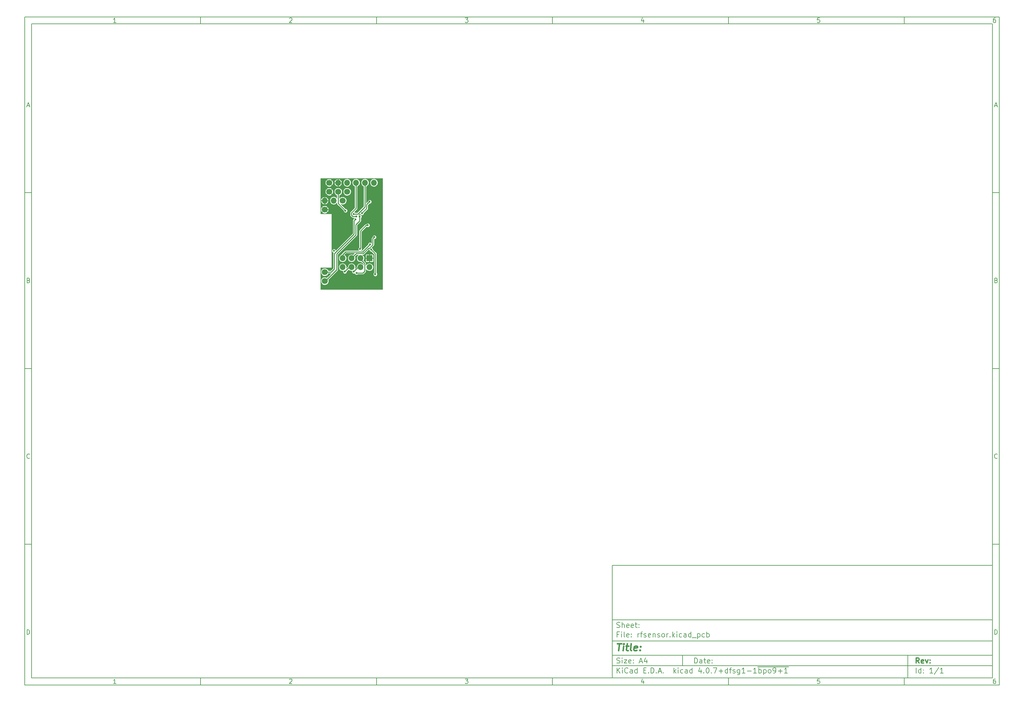
<source format=gbr>
G04 #@! TF.FileFunction,Copper,L2,Bot,Signal*
%FSLAX46Y46*%
G04 Gerber Fmt 4.6, Leading zero omitted, Abs format (unit mm)*
G04 Created by KiCad (PCBNEW 4.0.7+dfsg1-1~bpo9+1) date Fri Jan  5 13:44:09 2018*
%MOMM*%
%LPD*%
G01*
G04 APERTURE LIST*
%ADD10C,0.100000*%
%ADD11C,0.150000*%
%ADD12C,0.300000*%
%ADD13C,0.400000*%
%ADD14R,1.700000X1.700000*%
%ADD15O,1.700000X1.700000*%
%ADD16C,1.700000*%
%ADD17C,0.600000*%
%ADD18C,0.250000*%
G04 APERTURE END LIST*
D10*
D11*
X177002200Y-166007200D02*
X177002200Y-198007200D01*
X285002200Y-198007200D01*
X285002200Y-166007200D01*
X177002200Y-166007200D01*
D10*
D11*
X10000000Y-10000000D02*
X10000000Y-200007200D01*
X287002200Y-200007200D01*
X287002200Y-10000000D01*
X10000000Y-10000000D01*
D10*
D11*
X12000000Y-12000000D02*
X12000000Y-198007200D01*
X285002200Y-198007200D01*
X285002200Y-12000000D01*
X12000000Y-12000000D01*
D10*
D11*
X60000000Y-12000000D02*
X60000000Y-10000000D01*
D10*
D11*
X110000000Y-12000000D02*
X110000000Y-10000000D01*
D10*
D11*
X160000000Y-12000000D02*
X160000000Y-10000000D01*
D10*
D11*
X210000000Y-12000000D02*
X210000000Y-10000000D01*
D10*
D11*
X260000000Y-12000000D02*
X260000000Y-10000000D01*
D10*
D11*
X35990476Y-11588095D02*
X35247619Y-11588095D01*
X35619048Y-11588095D02*
X35619048Y-10288095D01*
X35495238Y-10473810D01*
X35371429Y-10597619D01*
X35247619Y-10659524D01*
D10*
D11*
X85247619Y-10411905D02*
X85309524Y-10350000D01*
X85433333Y-10288095D01*
X85742857Y-10288095D01*
X85866667Y-10350000D01*
X85928571Y-10411905D01*
X85990476Y-10535714D01*
X85990476Y-10659524D01*
X85928571Y-10845238D01*
X85185714Y-11588095D01*
X85990476Y-11588095D01*
D10*
D11*
X135185714Y-10288095D02*
X135990476Y-10288095D01*
X135557143Y-10783333D01*
X135742857Y-10783333D01*
X135866667Y-10845238D01*
X135928571Y-10907143D01*
X135990476Y-11030952D01*
X135990476Y-11340476D01*
X135928571Y-11464286D01*
X135866667Y-11526190D01*
X135742857Y-11588095D01*
X135371429Y-11588095D01*
X135247619Y-11526190D01*
X135185714Y-11464286D01*
D10*
D11*
X185866667Y-10721429D02*
X185866667Y-11588095D01*
X185557143Y-10226190D02*
X185247619Y-11154762D01*
X186052381Y-11154762D01*
D10*
D11*
X235928571Y-10288095D02*
X235309524Y-10288095D01*
X235247619Y-10907143D01*
X235309524Y-10845238D01*
X235433333Y-10783333D01*
X235742857Y-10783333D01*
X235866667Y-10845238D01*
X235928571Y-10907143D01*
X235990476Y-11030952D01*
X235990476Y-11340476D01*
X235928571Y-11464286D01*
X235866667Y-11526190D01*
X235742857Y-11588095D01*
X235433333Y-11588095D01*
X235309524Y-11526190D01*
X235247619Y-11464286D01*
D10*
D11*
X285866667Y-10288095D02*
X285619048Y-10288095D01*
X285495238Y-10350000D01*
X285433333Y-10411905D01*
X285309524Y-10597619D01*
X285247619Y-10845238D01*
X285247619Y-11340476D01*
X285309524Y-11464286D01*
X285371429Y-11526190D01*
X285495238Y-11588095D01*
X285742857Y-11588095D01*
X285866667Y-11526190D01*
X285928571Y-11464286D01*
X285990476Y-11340476D01*
X285990476Y-11030952D01*
X285928571Y-10907143D01*
X285866667Y-10845238D01*
X285742857Y-10783333D01*
X285495238Y-10783333D01*
X285371429Y-10845238D01*
X285309524Y-10907143D01*
X285247619Y-11030952D01*
D10*
D11*
X60000000Y-198007200D02*
X60000000Y-200007200D01*
D10*
D11*
X110000000Y-198007200D02*
X110000000Y-200007200D01*
D10*
D11*
X160000000Y-198007200D02*
X160000000Y-200007200D01*
D10*
D11*
X210000000Y-198007200D02*
X210000000Y-200007200D01*
D10*
D11*
X260000000Y-198007200D02*
X260000000Y-200007200D01*
D10*
D11*
X35990476Y-199595295D02*
X35247619Y-199595295D01*
X35619048Y-199595295D02*
X35619048Y-198295295D01*
X35495238Y-198481010D01*
X35371429Y-198604819D01*
X35247619Y-198666724D01*
D10*
D11*
X85247619Y-198419105D02*
X85309524Y-198357200D01*
X85433333Y-198295295D01*
X85742857Y-198295295D01*
X85866667Y-198357200D01*
X85928571Y-198419105D01*
X85990476Y-198542914D01*
X85990476Y-198666724D01*
X85928571Y-198852438D01*
X85185714Y-199595295D01*
X85990476Y-199595295D01*
D10*
D11*
X135185714Y-198295295D02*
X135990476Y-198295295D01*
X135557143Y-198790533D01*
X135742857Y-198790533D01*
X135866667Y-198852438D01*
X135928571Y-198914343D01*
X135990476Y-199038152D01*
X135990476Y-199347676D01*
X135928571Y-199471486D01*
X135866667Y-199533390D01*
X135742857Y-199595295D01*
X135371429Y-199595295D01*
X135247619Y-199533390D01*
X135185714Y-199471486D01*
D10*
D11*
X185866667Y-198728629D02*
X185866667Y-199595295D01*
X185557143Y-198233390D02*
X185247619Y-199161962D01*
X186052381Y-199161962D01*
D10*
D11*
X235928571Y-198295295D02*
X235309524Y-198295295D01*
X235247619Y-198914343D01*
X235309524Y-198852438D01*
X235433333Y-198790533D01*
X235742857Y-198790533D01*
X235866667Y-198852438D01*
X235928571Y-198914343D01*
X235990476Y-199038152D01*
X235990476Y-199347676D01*
X235928571Y-199471486D01*
X235866667Y-199533390D01*
X235742857Y-199595295D01*
X235433333Y-199595295D01*
X235309524Y-199533390D01*
X235247619Y-199471486D01*
D10*
D11*
X285866667Y-198295295D02*
X285619048Y-198295295D01*
X285495238Y-198357200D01*
X285433333Y-198419105D01*
X285309524Y-198604819D01*
X285247619Y-198852438D01*
X285247619Y-199347676D01*
X285309524Y-199471486D01*
X285371429Y-199533390D01*
X285495238Y-199595295D01*
X285742857Y-199595295D01*
X285866667Y-199533390D01*
X285928571Y-199471486D01*
X285990476Y-199347676D01*
X285990476Y-199038152D01*
X285928571Y-198914343D01*
X285866667Y-198852438D01*
X285742857Y-198790533D01*
X285495238Y-198790533D01*
X285371429Y-198852438D01*
X285309524Y-198914343D01*
X285247619Y-199038152D01*
D10*
D11*
X10000000Y-60000000D02*
X12000000Y-60000000D01*
D10*
D11*
X10000000Y-110000000D02*
X12000000Y-110000000D01*
D10*
D11*
X10000000Y-160000000D02*
X12000000Y-160000000D01*
D10*
D11*
X10690476Y-35216667D02*
X11309524Y-35216667D01*
X10566667Y-35588095D02*
X11000000Y-34288095D01*
X11433333Y-35588095D01*
D10*
D11*
X11092857Y-84907143D02*
X11278571Y-84969048D01*
X11340476Y-85030952D01*
X11402381Y-85154762D01*
X11402381Y-85340476D01*
X11340476Y-85464286D01*
X11278571Y-85526190D01*
X11154762Y-85588095D01*
X10659524Y-85588095D01*
X10659524Y-84288095D01*
X11092857Y-84288095D01*
X11216667Y-84350000D01*
X11278571Y-84411905D01*
X11340476Y-84535714D01*
X11340476Y-84659524D01*
X11278571Y-84783333D01*
X11216667Y-84845238D01*
X11092857Y-84907143D01*
X10659524Y-84907143D01*
D10*
D11*
X11402381Y-135464286D02*
X11340476Y-135526190D01*
X11154762Y-135588095D01*
X11030952Y-135588095D01*
X10845238Y-135526190D01*
X10721429Y-135402381D01*
X10659524Y-135278571D01*
X10597619Y-135030952D01*
X10597619Y-134845238D01*
X10659524Y-134597619D01*
X10721429Y-134473810D01*
X10845238Y-134350000D01*
X11030952Y-134288095D01*
X11154762Y-134288095D01*
X11340476Y-134350000D01*
X11402381Y-134411905D01*
D10*
D11*
X10659524Y-185588095D02*
X10659524Y-184288095D01*
X10969048Y-184288095D01*
X11154762Y-184350000D01*
X11278571Y-184473810D01*
X11340476Y-184597619D01*
X11402381Y-184845238D01*
X11402381Y-185030952D01*
X11340476Y-185278571D01*
X11278571Y-185402381D01*
X11154762Y-185526190D01*
X10969048Y-185588095D01*
X10659524Y-185588095D01*
D10*
D11*
X287002200Y-60000000D02*
X285002200Y-60000000D01*
D10*
D11*
X287002200Y-110000000D02*
X285002200Y-110000000D01*
D10*
D11*
X287002200Y-160000000D02*
X285002200Y-160000000D01*
D10*
D11*
X285692676Y-35216667D02*
X286311724Y-35216667D01*
X285568867Y-35588095D02*
X286002200Y-34288095D01*
X286435533Y-35588095D01*
D10*
D11*
X286095057Y-84907143D02*
X286280771Y-84969048D01*
X286342676Y-85030952D01*
X286404581Y-85154762D01*
X286404581Y-85340476D01*
X286342676Y-85464286D01*
X286280771Y-85526190D01*
X286156962Y-85588095D01*
X285661724Y-85588095D01*
X285661724Y-84288095D01*
X286095057Y-84288095D01*
X286218867Y-84350000D01*
X286280771Y-84411905D01*
X286342676Y-84535714D01*
X286342676Y-84659524D01*
X286280771Y-84783333D01*
X286218867Y-84845238D01*
X286095057Y-84907143D01*
X285661724Y-84907143D01*
D10*
D11*
X286404581Y-135464286D02*
X286342676Y-135526190D01*
X286156962Y-135588095D01*
X286033152Y-135588095D01*
X285847438Y-135526190D01*
X285723629Y-135402381D01*
X285661724Y-135278571D01*
X285599819Y-135030952D01*
X285599819Y-134845238D01*
X285661724Y-134597619D01*
X285723629Y-134473810D01*
X285847438Y-134350000D01*
X286033152Y-134288095D01*
X286156962Y-134288095D01*
X286342676Y-134350000D01*
X286404581Y-134411905D01*
D10*
D11*
X285661724Y-185588095D02*
X285661724Y-184288095D01*
X285971248Y-184288095D01*
X286156962Y-184350000D01*
X286280771Y-184473810D01*
X286342676Y-184597619D01*
X286404581Y-184845238D01*
X286404581Y-185030952D01*
X286342676Y-185278571D01*
X286280771Y-185402381D01*
X286156962Y-185526190D01*
X285971248Y-185588095D01*
X285661724Y-185588095D01*
D10*
D11*
X200359343Y-193785771D02*
X200359343Y-192285771D01*
X200716486Y-192285771D01*
X200930771Y-192357200D01*
X201073629Y-192500057D01*
X201145057Y-192642914D01*
X201216486Y-192928629D01*
X201216486Y-193142914D01*
X201145057Y-193428629D01*
X201073629Y-193571486D01*
X200930771Y-193714343D01*
X200716486Y-193785771D01*
X200359343Y-193785771D01*
X202502200Y-193785771D02*
X202502200Y-193000057D01*
X202430771Y-192857200D01*
X202287914Y-192785771D01*
X202002200Y-192785771D01*
X201859343Y-192857200D01*
X202502200Y-193714343D02*
X202359343Y-193785771D01*
X202002200Y-193785771D01*
X201859343Y-193714343D01*
X201787914Y-193571486D01*
X201787914Y-193428629D01*
X201859343Y-193285771D01*
X202002200Y-193214343D01*
X202359343Y-193214343D01*
X202502200Y-193142914D01*
X203002200Y-192785771D02*
X203573629Y-192785771D01*
X203216486Y-192285771D02*
X203216486Y-193571486D01*
X203287914Y-193714343D01*
X203430772Y-193785771D01*
X203573629Y-193785771D01*
X204645057Y-193714343D02*
X204502200Y-193785771D01*
X204216486Y-193785771D01*
X204073629Y-193714343D01*
X204002200Y-193571486D01*
X204002200Y-193000057D01*
X204073629Y-192857200D01*
X204216486Y-192785771D01*
X204502200Y-192785771D01*
X204645057Y-192857200D01*
X204716486Y-193000057D01*
X204716486Y-193142914D01*
X204002200Y-193285771D01*
X205359343Y-193642914D02*
X205430771Y-193714343D01*
X205359343Y-193785771D01*
X205287914Y-193714343D01*
X205359343Y-193642914D01*
X205359343Y-193785771D01*
X205359343Y-192857200D02*
X205430771Y-192928629D01*
X205359343Y-193000057D01*
X205287914Y-192928629D01*
X205359343Y-192857200D01*
X205359343Y-193000057D01*
D10*
D11*
X177002200Y-194507200D02*
X285002200Y-194507200D01*
D10*
D11*
X178359343Y-196585771D02*
X178359343Y-195085771D01*
X179216486Y-196585771D02*
X178573629Y-195728629D01*
X179216486Y-195085771D02*
X178359343Y-195942914D01*
X179859343Y-196585771D02*
X179859343Y-195585771D01*
X179859343Y-195085771D02*
X179787914Y-195157200D01*
X179859343Y-195228629D01*
X179930771Y-195157200D01*
X179859343Y-195085771D01*
X179859343Y-195228629D01*
X181430772Y-196442914D02*
X181359343Y-196514343D01*
X181145057Y-196585771D01*
X181002200Y-196585771D01*
X180787915Y-196514343D01*
X180645057Y-196371486D01*
X180573629Y-196228629D01*
X180502200Y-195942914D01*
X180502200Y-195728629D01*
X180573629Y-195442914D01*
X180645057Y-195300057D01*
X180787915Y-195157200D01*
X181002200Y-195085771D01*
X181145057Y-195085771D01*
X181359343Y-195157200D01*
X181430772Y-195228629D01*
X182716486Y-196585771D02*
X182716486Y-195800057D01*
X182645057Y-195657200D01*
X182502200Y-195585771D01*
X182216486Y-195585771D01*
X182073629Y-195657200D01*
X182716486Y-196514343D02*
X182573629Y-196585771D01*
X182216486Y-196585771D01*
X182073629Y-196514343D01*
X182002200Y-196371486D01*
X182002200Y-196228629D01*
X182073629Y-196085771D01*
X182216486Y-196014343D01*
X182573629Y-196014343D01*
X182716486Y-195942914D01*
X184073629Y-196585771D02*
X184073629Y-195085771D01*
X184073629Y-196514343D02*
X183930772Y-196585771D01*
X183645058Y-196585771D01*
X183502200Y-196514343D01*
X183430772Y-196442914D01*
X183359343Y-196300057D01*
X183359343Y-195871486D01*
X183430772Y-195728629D01*
X183502200Y-195657200D01*
X183645058Y-195585771D01*
X183930772Y-195585771D01*
X184073629Y-195657200D01*
X185930772Y-195800057D02*
X186430772Y-195800057D01*
X186645058Y-196585771D02*
X185930772Y-196585771D01*
X185930772Y-195085771D01*
X186645058Y-195085771D01*
X187287915Y-196442914D02*
X187359343Y-196514343D01*
X187287915Y-196585771D01*
X187216486Y-196514343D01*
X187287915Y-196442914D01*
X187287915Y-196585771D01*
X188002201Y-196585771D02*
X188002201Y-195085771D01*
X188359344Y-195085771D01*
X188573629Y-195157200D01*
X188716487Y-195300057D01*
X188787915Y-195442914D01*
X188859344Y-195728629D01*
X188859344Y-195942914D01*
X188787915Y-196228629D01*
X188716487Y-196371486D01*
X188573629Y-196514343D01*
X188359344Y-196585771D01*
X188002201Y-196585771D01*
X189502201Y-196442914D02*
X189573629Y-196514343D01*
X189502201Y-196585771D01*
X189430772Y-196514343D01*
X189502201Y-196442914D01*
X189502201Y-196585771D01*
X190145058Y-196157200D02*
X190859344Y-196157200D01*
X190002201Y-196585771D02*
X190502201Y-195085771D01*
X191002201Y-196585771D01*
X191502201Y-196442914D02*
X191573629Y-196514343D01*
X191502201Y-196585771D01*
X191430772Y-196514343D01*
X191502201Y-196442914D01*
X191502201Y-196585771D01*
X194502201Y-196585771D02*
X194502201Y-195085771D01*
X194645058Y-196014343D02*
X195073629Y-196585771D01*
X195073629Y-195585771D02*
X194502201Y-196157200D01*
X195716487Y-196585771D02*
X195716487Y-195585771D01*
X195716487Y-195085771D02*
X195645058Y-195157200D01*
X195716487Y-195228629D01*
X195787915Y-195157200D01*
X195716487Y-195085771D01*
X195716487Y-195228629D01*
X197073630Y-196514343D02*
X196930773Y-196585771D01*
X196645059Y-196585771D01*
X196502201Y-196514343D01*
X196430773Y-196442914D01*
X196359344Y-196300057D01*
X196359344Y-195871486D01*
X196430773Y-195728629D01*
X196502201Y-195657200D01*
X196645059Y-195585771D01*
X196930773Y-195585771D01*
X197073630Y-195657200D01*
X198359344Y-196585771D02*
X198359344Y-195800057D01*
X198287915Y-195657200D01*
X198145058Y-195585771D01*
X197859344Y-195585771D01*
X197716487Y-195657200D01*
X198359344Y-196514343D02*
X198216487Y-196585771D01*
X197859344Y-196585771D01*
X197716487Y-196514343D01*
X197645058Y-196371486D01*
X197645058Y-196228629D01*
X197716487Y-196085771D01*
X197859344Y-196014343D01*
X198216487Y-196014343D01*
X198359344Y-195942914D01*
X199716487Y-196585771D02*
X199716487Y-195085771D01*
X199716487Y-196514343D02*
X199573630Y-196585771D01*
X199287916Y-196585771D01*
X199145058Y-196514343D01*
X199073630Y-196442914D01*
X199002201Y-196300057D01*
X199002201Y-195871486D01*
X199073630Y-195728629D01*
X199145058Y-195657200D01*
X199287916Y-195585771D01*
X199573630Y-195585771D01*
X199716487Y-195657200D01*
X202216487Y-195585771D02*
X202216487Y-196585771D01*
X201859344Y-195014343D02*
X201502201Y-196085771D01*
X202430773Y-196085771D01*
X203002201Y-196442914D02*
X203073629Y-196514343D01*
X203002201Y-196585771D01*
X202930772Y-196514343D01*
X203002201Y-196442914D01*
X203002201Y-196585771D01*
X204002201Y-195085771D02*
X204145058Y-195085771D01*
X204287915Y-195157200D01*
X204359344Y-195228629D01*
X204430773Y-195371486D01*
X204502201Y-195657200D01*
X204502201Y-196014343D01*
X204430773Y-196300057D01*
X204359344Y-196442914D01*
X204287915Y-196514343D01*
X204145058Y-196585771D01*
X204002201Y-196585771D01*
X203859344Y-196514343D01*
X203787915Y-196442914D01*
X203716487Y-196300057D01*
X203645058Y-196014343D01*
X203645058Y-195657200D01*
X203716487Y-195371486D01*
X203787915Y-195228629D01*
X203859344Y-195157200D01*
X204002201Y-195085771D01*
X205145058Y-196442914D02*
X205216486Y-196514343D01*
X205145058Y-196585771D01*
X205073629Y-196514343D01*
X205145058Y-196442914D01*
X205145058Y-196585771D01*
X205716487Y-195085771D02*
X206716487Y-195085771D01*
X206073630Y-196585771D01*
X207287915Y-196014343D02*
X208430772Y-196014343D01*
X207859343Y-196585771D02*
X207859343Y-195442914D01*
X209787915Y-196585771D02*
X209787915Y-195085771D01*
X209787915Y-196514343D02*
X209645058Y-196585771D01*
X209359344Y-196585771D01*
X209216486Y-196514343D01*
X209145058Y-196442914D01*
X209073629Y-196300057D01*
X209073629Y-195871486D01*
X209145058Y-195728629D01*
X209216486Y-195657200D01*
X209359344Y-195585771D01*
X209645058Y-195585771D01*
X209787915Y-195657200D01*
X210287915Y-195585771D02*
X210859344Y-195585771D01*
X210502201Y-196585771D02*
X210502201Y-195300057D01*
X210573629Y-195157200D01*
X210716487Y-195085771D01*
X210859344Y-195085771D01*
X211287915Y-196514343D02*
X211430772Y-196585771D01*
X211716487Y-196585771D01*
X211859344Y-196514343D01*
X211930772Y-196371486D01*
X211930772Y-196300057D01*
X211859344Y-196157200D01*
X211716487Y-196085771D01*
X211502201Y-196085771D01*
X211359344Y-196014343D01*
X211287915Y-195871486D01*
X211287915Y-195800057D01*
X211359344Y-195657200D01*
X211502201Y-195585771D01*
X211716487Y-195585771D01*
X211859344Y-195657200D01*
X213216487Y-195585771D02*
X213216487Y-196800057D01*
X213145058Y-196942914D01*
X213073630Y-197014343D01*
X212930773Y-197085771D01*
X212716487Y-197085771D01*
X212573630Y-197014343D01*
X213216487Y-196514343D02*
X213073630Y-196585771D01*
X212787916Y-196585771D01*
X212645058Y-196514343D01*
X212573630Y-196442914D01*
X212502201Y-196300057D01*
X212502201Y-195871486D01*
X212573630Y-195728629D01*
X212645058Y-195657200D01*
X212787916Y-195585771D01*
X213073630Y-195585771D01*
X213216487Y-195657200D01*
X214716487Y-196585771D02*
X213859344Y-196585771D01*
X214287916Y-196585771D02*
X214287916Y-195085771D01*
X214145059Y-195300057D01*
X214002201Y-195442914D01*
X213859344Y-195514343D01*
X215359344Y-196014343D02*
X216502201Y-196014343D01*
X218002201Y-196585771D02*
X217145058Y-196585771D01*
X217573630Y-196585771D02*
X217573630Y-195085771D01*
X217430773Y-195300057D01*
X217287915Y-195442914D01*
X217145058Y-195514343D01*
X218645058Y-196585771D02*
X218645058Y-195085771D01*
X218645058Y-195657200D02*
X218787915Y-195585771D01*
X219073629Y-195585771D01*
X219216486Y-195657200D01*
X219287915Y-195728629D01*
X219359344Y-195871486D01*
X219359344Y-196300057D01*
X219287915Y-196442914D01*
X219216486Y-196514343D01*
X219073629Y-196585771D01*
X218787915Y-196585771D01*
X218645058Y-196514343D01*
X220002201Y-195585771D02*
X220002201Y-197085771D01*
X220002201Y-195657200D02*
X220145058Y-195585771D01*
X220430772Y-195585771D01*
X220573629Y-195657200D01*
X220645058Y-195728629D01*
X220716487Y-195871486D01*
X220716487Y-196300057D01*
X220645058Y-196442914D01*
X220573629Y-196514343D01*
X220430772Y-196585771D01*
X220145058Y-196585771D01*
X220002201Y-196514343D01*
X221573630Y-196585771D02*
X221430772Y-196514343D01*
X221359344Y-196442914D01*
X221287915Y-196300057D01*
X221287915Y-195871486D01*
X221359344Y-195728629D01*
X221430772Y-195657200D01*
X221573630Y-195585771D01*
X221787915Y-195585771D01*
X221930772Y-195657200D01*
X222002201Y-195728629D01*
X222073630Y-195871486D01*
X222073630Y-196300057D01*
X222002201Y-196442914D01*
X221930772Y-196514343D01*
X221787915Y-196585771D01*
X221573630Y-196585771D01*
X222787915Y-196585771D02*
X223073630Y-196585771D01*
X223216487Y-196514343D01*
X223287915Y-196442914D01*
X223430773Y-196228629D01*
X223502201Y-195942914D01*
X223502201Y-195371486D01*
X223430773Y-195228629D01*
X223359344Y-195157200D01*
X223216487Y-195085771D01*
X222930773Y-195085771D01*
X222787915Y-195157200D01*
X222716487Y-195228629D01*
X222645058Y-195371486D01*
X222645058Y-195728629D01*
X222716487Y-195871486D01*
X222787915Y-195942914D01*
X222930773Y-196014343D01*
X223216487Y-196014343D01*
X223359344Y-195942914D01*
X223430773Y-195871486D01*
X223502201Y-195728629D01*
X224145058Y-196014343D02*
X225287915Y-196014343D01*
X224716486Y-196585771D02*
X224716486Y-195442914D01*
X226787915Y-196585771D02*
X225930772Y-196585771D01*
X226359344Y-196585771D02*
X226359344Y-195085771D01*
X226216487Y-195300057D01*
X226073629Y-195442914D01*
X225930772Y-195514343D01*
X218287915Y-194827200D02*
X227073629Y-194827200D01*
D10*
D11*
X177002200Y-191507200D02*
X285002200Y-191507200D01*
D10*
D12*
X264216486Y-193785771D02*
X263716486Y-193071486D01*
X263359343Y-193785771D02*
X263359343Y-192285771D01*
X263930771Y-192285771D01*
X264073629Y-192357200D01*
X264145057Y-192428629D01*
X264216486Y-192571486D01*
X264216486Y-192785771D01*
X264145057Y-192928629D01*
X264073629Y-193000057D01*
X263930771Y-193071486D01*
X263359343Y-193071486D01*
X265430771Y-193714343D02*
X265287914Y-193785771D01*
X265002200Y-193785771D01*
X264859343Y-193714343D01*
X264787914Y-193571486D01*
X264787914Y-193000057D01*
X264859343Y-192857200D01*
X265002200Y-192785771D01*
X265287914Y-192785771D01*
X265430771Y-192857200D01*
X265502200Y-193000057D01*
X265502200Y-193142914D01*
X264787914Y-193285771D01*
X266002200Y-192785771D02*
X266359343Y-193785771D01*
X266716485Y-192785771D01*
X267287914Y-193642914D02*
X267359342Y-193714343D01*
X267287914Y-193785771D01*
X267216485Y-193714343D01*
X267287914Y-193642914D01*
X267287914Y-193785771D01*
X267287914Y-192857200D02*
X267359342Y-192928629D01*
X267287914Y-193000057D01*
X267216485Y-192928629D01*
X267287914Y-192857200D01*
X267287914Y-193000057D01*
D10*
D11*
X178287914Y-193714343D02*
X178502200Y-193785771D01*
X178859343Y-193785771D01*
X179002200Y-193714343D01*
X179073629Y-193642914D01*
X179145057Y-193500057D01*
X179145057Y-193357200D01*
X179073629Y-193214343D01*
X179002200Y-193142914D01*
X178859343Y-193071486D01*
X178573629Y-193000057D01*
X178430771Y-192928629D01*
X178359343Y-192857200D01*
X178287914Y-192714343D01*
X178287914Y-192571486D01*
X178359343Y-192428629D01*
X178430771Y-192357200D01*
X178573629Y-192285771D01*
X178930771Y-192285771D01*
X179145057Y-192357200D01*
X179787914Y-193785771D02*
X179787914Y-192785771D01*
X179787914Y-192285771D02*
X179716485Y-192357200D01*
X179787914Y-192428629D01*
X179859342Y-192357200D01*
X179787914Y-192285771D01*
X179787914Y-192428629D01*
X180359343Y-192785771D02*
X181145057Y-192785771D01*
X180359343Y-193785771D01*
X181145057Y-193785771D01*
X182287914Y-193714343D02*
X182145057Y-193785771D01*
X181859343Y-193785771D01*
X181716486Y-193714343D01*
X181645057Y-193571486D01*
X181645057Y-193000057D01*
X181716486Y-192857200D01*
X181859343Y-192785771D01*
X182145057Y-192785771D01*
X182287914Y-192857200D01*
X182359343Y-193000057D01*
X182359343Y-193142914D01*
X181645057Y-193285771D01*
X183002200Y-193642914D02*
X183073628Y-193714343D01*
X183002200Y-193785771D01*
X182930771Y-193714343D01*
X183002200Y-193642914D01*
X183002200Y-193785771D01*
X183002200Y-192857200D02*
X183073628Y-192928629D01*
X183002200Y-193000057D01*
X182930771Y-192928629D01*
X183002200Y-192857200D01*
X183002200Y-193000057D01*
X184787914Y-193357200D02*
X185502200Y-193357200D01*
X184645057Y-193785771D02*
X185145057Y-192285771D01*
X185645057Y-193785771D01*
X186787914Y-192785771D02*
X186787914Y-193785771D01*
X186430771Y-192214343D02*
X186073628Y-193285771D01*
X187002200Y-193285771D01*
D10*
D11*
X263359343Y-196585771D02*
X263359343Y-195085771D01*
X264716486Y-196585771D02*
X264716486Y-195085771D01*
X264716486Y-196514343D02*
X264573629Y-196585771D01*
X264287915Y-196585771D01*
X264145057Y-196514343D01*
X264073629Y-196442914D01*
X264002200Y-196300057D01*
X264002200Y-195871486D01*
X264073629Y-195728629D01*
X264145057Y-195657200D01*
X264287915Y-195585771D01*
X264573629Y-195585771D01*
X264716486Y-195657200D01*
X265430772Y-196442914D02*
X265502200Y-196514343D01*
X265430772Y-196585771D01*
X265359343Y-196514343D01*
X265430772Y-196442914D01*
X265430772Y-196585771D01*
X265430772Y-195657200D02*
X265502200Y-195728629D01*
X265430772Y-195800057D01*
X265359343Y-195728629D01*
X265430772Y-195657200D01*
X265430772Y-195800057D01*
X268073629Y-196585771D02*
X267216486Y-196585771D01*
X267645058Y-196585771D02*
X267645058Y-195085771D01*
X267502201Y-195300057D01*
X267359343Y-195442914D01*
X267216486Y-195514343D01*
X269787914Y-195014343D02*
X268502200Y-196942914D01*
X271073629Y-196585771D02*
X270216486Y-196585771D01*
X270645058Y-196585771D02*
X270645058Y-195085771D01*
X270502201Y-195300057D01*
X270359343Y-195442914D01*
X270216486Y-195514343D01*
D10*
D11*
X177002200Y-187507200D02*
X285002200Y-187507200D01*
D10*
D13*
X178454581Y-188211962D02*
X179597438Y-188211962D01*
X178776010Y-190211962D02*
X179026010Y-188211962D01*
X180014105Y-190211962D02*
X180180771Y-188878629D01*
X180264105Y-188211962D02*
X180156962Y-188307200D01*
X180240295Y-188402438D01*
X180347439Y-188307200D01*
X180264105Y-188211962D01*
X180240295Y-188402438D01*
X180847438Y-188878629D02*
X181609343Y-188878629D01*
X181216486Y-188211962D02*
X181002200Y-189926248D01*
X181073630Y-190116724D01*
X181252201Y-190211962D01*
X181442677Y-190211962D01*
X182395058Y-190211962D02*
X182216487Y-190116724D01*
X182145057Y-189926248D01*
X182359343Y-188211962D01*
X183930772Y-190116724D02*
X183728391Y-190211962D01*
X183347439Y-190211962D01*
X183168867Y-190116724D01*
X183097438Y-189926248D01*
X183192676Y-189164343D01*
X183311724Y-188973867D01*
X183514105Y-188878629D01*
X183895057Y-188878629D01*
X184073629Y-188973867D01*
X184145057Y-189164343D01*
X184121248Y-189354819D01*
X183145057Y-189545295D01*
X184895057Y-190021486D02*
X184978392Y-190116724D01*
X184871248Y-190211962D01*
X184787915Y-190116724D01*
X184895057Y-190021486D01*
X184871248Y-190211962D01*
X185026010Y-188973867D02*
X185109344Y-189069105D01*
X185002200Y-189164343D01*
X184918867Y-189069105D01*
X185026010Y-188973867D01*
X185002200Y-189164343D01*
D10*
D11*
X178859343Y-185600057D02*
X178359343Y-185600057D01*
X178359343Y-186385771D02*
X178359343Y-184885771D01*
X179073629Y-184885771D01*
X179645057Y-186385771D02*
X179645057Y-185385771D01*
X179645057Y-184885771D02*
X179573628Y-184957200D01*
X179645057Y-185028629D01*
X179716485Y-184957200D01*
X179645057Y-184885771D01*
X179645057Y-185028629D01*
X180573629Y-186385771D02*
X180430771Y-186314343D01*
X180359343Y-186171486D01*
X180359343Y-184885771D01*
X181716485Y-186314343D02*
X181573628Y-186385771D01*
X181287914Y-186385771D01*
X181145057Y-186314343D01*
X181073628Y-186171486D01*
X181073628Y-185600057D01*
X181145057Y-185457200D01*
X181287914Y-185385771D01*
X181573628Y-185385771D01*
X181716485Y-185457200D01*
X181787914Y-185600057D01*
X181787914Y-185742914D01*
X181073628Y-185885771D01*
X182430771Y-186242914D02*
X182502199Y-186314343D01*
X182430771Y-186385771D01*
X182359342Y-186314343D01*
X182430771Y-186242914D01*
X182430771Y-186385771D01*
X182430771Y-185457200D02*
X182502199Y-185528629D01*
X182430771Y-185600057D01*
X182359342Y-185528629D01*
X182430771Y-185457200D01*
X182430771Y-185600057D01*
X184287914Y-186385771D02*
X184287914Y-185385771D01*
X184287914Y-185671486D02*
X184359342Y-185528629D01*
X184430771Y-185457200D01*
X184573628Y-185385771D01*
X184716485Y-185385771D01*
X185002199Y-185385771D02*
X185573628Y-185385771D01*
X185216485Y-186385771D02*
X185216485Y-185100057D01*
X185287913Y-184957200D01*
X185430771Y-184885771D01*
X185573628Y-184885771D01*
X186002199Y-186314343D02*
X186145056Y-186385771D01*
X186430771Y-186385771D01*
X186573628Y-186314343D01*
X186645056Y-186171486D01*
X186645056Y-186100057D01*
X186573628Y-185957200D01*
X186430771Y-185885771D01*
X186216485Y-185885771D01*
X186073628Y-185814343D01*
X186002199Y-185671486D01*
X186002199Y-185600057D01*
X186073628Y-185457200D01*
X186216485Y-185385771D01*
X186430771Y-185385771D01*
X186573628Y-185457200D01*
X187859342Y-186314343D02*
X187716485Y-186385771D01*
X187430771Y-186385771D01*
X187287914Y-186314343D01*
X187216485Y-186171486D01*
X187216485Y-185600057D01*
X187287914Y-185457200D01*
X187430771Y-185385771D01*
X187716485Y-185385771D01*
X187859342Y-185457200D01*
X187930771Y-185600057D01*
X187930771Y-185742914D01*
X187216485Y-185885771D01*
X188573628Y-185385771D02*
X188573628Y-186385771D01*
X188573628Y-185528629D02*
X188645056Y-185457200D01*
X188787914Y-185385771D01*
X189002199Y-185385771D01*
X189145056Y-185457200D01*
X189216485Y-185600057D01*
X189216485Y-186385771D01*
X189859342Y-186314343D02*
X190002199Y-186385771D01*
X190287914Y-186385771D01*
X190430771Y-186314343D01*
X190502199Y-186171486D01*
X190502199Y-186100057D01*
X190430771Y-185957200D01*
X190287914Y-185885771D01*
X190073628Y-185885771D01*
X189930771Y-185814343D01*
X189859342Y-185671486D01*
X189859342Y-185600057D01*
X189930771Y-185457200D01*
X190073628Y-185385771D01*
X190287914Y-185385771D01*
X190430771Y-185457200D01*
X191359343Y-186385771D02*
X191216485Y-186314343D01*
X191145057Y-186242914D01*
X191073628Y-186100057D01*
X191073628Y-185671486D01*
X191145057Y-185528629D01*
X191216485Y-185457200D01*
X191359343Y-185385771D01*
X191573628Y-185385771D01*
X191716485Y-185457200D01*
X191787914Y-185528629D01*
X191859343Y-185671486D01*
X191859343Y-186100057D01*
X191787914Y-186242914D01*
X191716485Y-186314343D01*
X191573628Y-186385771D01*
X191359343Y-186385771D01*
X192502200Y-186385771D02*
X192502200Y-185385771D01*
X192502200Y-185671486D02*
X192573628Y-185528629D01*
X192645057Y-185457200D01*
X192787914Y-185385771D01*
X192930771Y-185385771D01*
X193430771Y-186242914D02*
X193502199Y-186314343D01*
X193430771Y-186385771D01*
X193359342Y-186314343D01*
X193430771Y-186242914D01*
X193430771Y-186385771D01*
X194145057Y-186385771D02*
X194145057Y-184885771D01*
X194287914Y-185814343D02*
X194716485Y-186385771D01*
X194716485Y-185385771D02*
X194145057Y-185957200D01*
X195359343Y-186385771D02*
X195359343Y-185385771D01*
X195359343Y-184885771D02*
X195287914Y-184957200D01*
X195359343Y-185028629D01*
X195430771Y-184957200D01*
X195359343Y-184885771D01*
X195359343Y-185028629D01*
X196716486Y-186314343D02*
X196573629Y-186385771D01*
X196287915Y-186385771D01*
X196145057Y-186314343D01*
X196073629Y-186242914D01*
X196002200Y-186100057D01*
X196002200Y-185671486D01*
X196073629Y-185528629D01*
X196145057Y-185457200D01*
X196287915Y-185385771D01*
X196573629Y-185385771D01*
X196716486Y-185457200D01*
X198002200Y-186385771D02*
X198002200Y-185600057D01*
X197930771Y-185457200D01*
X197787914Y-185385771D01*
X197502200Y-185385771D01*
X197359343Y-185457200D01*
X198002200Y-186314343D02*
X197859343Y-186385771D01*
X197502200Y-186385771D01*
X197359343Y-186314343D01*
X197287914Y-186171486D01*
X197287914Y-186028629D01*
X197359343Y-185885771D01*
X197502200Y-185814343D01*
X197859343Y-185814343D01*
X198002200Y-185742914D01*
X199359343Y-186385771D02*
X199359343Y-184885771D01*
X199359343Y-186314343D02*
X199216486Y-186385771D01*
X198930772Y-186385771D01*
X198787914Y-186314343D01*
X198716486Y-186242914D01*
X198645057Y-186100057D01*
X198645057Y-185671486D01*
X198716486Y-185528629D01*
X198787914Y-185457200D01*
X198930772Y-185385771D01*
X199216486Y-185385771D01*
X199359343Y-185457200D01*
X199716486Y-186528629D02*
X200859343Y-186528629D01*
X201216486Y-185385771D02*
X201216486Y-186885771D01*
X201216486Y-185457200D02*
X201359343Y-185385771D01*
X201645057Y-185385771D01*
X201787914Y-185457200D01*
X201859343Y-185528629D01*
X201930772Y-185671486D01*
X201930772Y-186100057D01*
X201859343Y-186242914D01*
X201787914Y-186314343D01*
X201645057Y-186385771D01*
X201359343Y-186385771D01*
X201216486Y-186314343D01*
X203216486Y-186314343D02*
X203073629Y-186385771D01*
X202787915Y-186385771D01*
X202645057Y-186314343D01*
X202573629Y-186242914D01*
X202502200Y-186100057D01*
X202502200Y-185671486D01*
X202573629Y-185528629D01*
X202645057Y-185457200D01*
X202787915Y-185385771D01*
X203073629Y-185385771D01*
X203216486Y-185457200D01*
X203859343Y-186385771D02*
X203859343Y-184885771D01*
X203859343Y-185457200D02*
X204002200Y-185385771D01*
X204287914Y-185385771D01*
X204430771Y-185457200D01*
X204502200Y-185528629D01*
X204573629Y-185671486D01*
X204573629Y-186100057D01*
X204502200Y-186242914D01*
X204430771Y-186314343D01*
X204287914Y-186385771D01*
X204002200Y-186385771D01*
X203859343Y-186314343D01*
D10*
D11*
X177002200Y-181507200D02*
X285002200Y-181507200D01*
D10*
D11*
X178287914Y-183614343D02*
X178502200Y-183685771D01*
X178859343Y-183685771D01*
X179002200Y-183614343D01*
X179073629Y-183542914D01*
X179145057Y-183400057D01*
X179145057Y-183257200D01*
X179073629Y-183114343D01*
X179002200Y-183042914D01*
X178859343Y-182971486D01*
X178573629Y-182900057D01*
X178430771Y-182828629D01*
X178359343Y-182757200D01*
X178287914Y-182614343D01*
X178287914Y-182471486D01*
X178359343Y-182328629D01*
X178430771Y-182257200D01*
X178573629Y-182185771D01*
X178930771Y-182185771D01*
X179145057Y-182257200D01*
X179787914Y-183685771D02*
X179787914Y-182185771D01*
X180430771Y-183685771D02*
X180430771Y-182900057D01*
X180359342Y-182757200D01*
X180216485Y-182685771D01*
X180002200Y-182685771D01*
X179859342Y-182757200D01*
X179787914Y-182828629D01*
X181716485Y-183614343D02*
X181573628Y-183685771D01*
X181287914Y-183685771D01*
X181145057Y-183614343D01*
X181073628Y-183471486D01*
X181073628Y-182900057D01*
X181145057Y-182757200D01*
X181287914Y-182685771D01*
X181573628Y-182685771D01*
X181716485Y-182757200D01*
X181787914Y-182900057D01*
X181787914Y-183042914D01*
X181073628Y-183185771D01*
X183002199Y-183614343D02*
X182859342Y-183685771D01*
X182573628Y-183685771D01*
X182430771Y-183614343D01*
X182359342Y-183471486D01*
X182359342Y-182900057D01*
X182430771Y-182757200D01*
X182573628Y-182685771D01*
X182859342Y-182685771D01*
X183002199Y-182757200D01*
X183073628Y-182900057D01*
X183073628Y-183042914D01*
X182359342Y-183185771D01*
X183502199Y-182685771D02*
X184073628Y-182685771D01*
X183716485Y-182185771D02*
X183716485Y-183471486D01*
X183787913Y-183614343D01*
X183930771Y-183685771D01*
X184073628Y-183685771D01*
X184573628Y-183542914D02*
X184645056Y-183614343D01*
X184573628Y-183685771D01*
X184502199Y-183614343D01*
X184573628Y-183542914D01*
X184573628Y-183685771D01*
X184573628Y-182757200D02*
X184645056Y-182828629D01*
X184573628Y-182900057D01*
X184502199Y-182828629D01*
X184573628Y-182757200D01*
X184573628Y-182900057D01*
D10*
D11*
X197002200Y-191507200D02*
X197002200Y-194507200D01*
D10*
D11*
X261002200Y-191507200D02*
X261002200Y-198007200D01*
D14*
X107950000Y-78613000D03*
D15*
X107950000Y-81153000D03*
X105410000Y-78613000D03*
X105410000Y-81153000D03*
X102870000Y-78613000D03*
X102870000Y-81153000D03*
X100330000Y-78613000D03*
X100330000Y-81153000D03*
D16*
X101600000Y-59690000D03*
X96520000Y-59690000D03*
X95250000Y-85090000D03*
X100330000Y-62230000D03*
D15*
X97790000Y-62230000D03*
X95250000Y-62230000D03*
D16*
X96520000Y-57150000D03*
D15*
X99060000Y-57150000D03*
X101600000Y-57150000D03*
X104140000Y-57150000D03*
X106680000Y-57150000D03*
X109220000Y-57150000D03*
D16*
X95250000Y-82550000D03*
X95250000Y-64770000D03*
X99060000Y-59690000D03*
D17*
X97901760Y-76504800D03*
X111236760Y-57820560D03*
X96967040Y-86400640D03*
X109748320Y-85933280D03*
X108092240Y-77053440D03*
X108183680Y-68158360D03*
X110266480Y-63972440D03*
X100436680Y-73106280D03*
X99801680Y-68803520D03*
X101310440Y-63606680D03*
X103972360Y-67566540D03*
X109626400Y-83185000D03*
X108483400Y-76174600D03*
X107492800Y-69240400D03*
X105308400Y-75996800D03*
X105201720Y-66781680D03*
X104317800Y-82829400D03*
X103530400Y-82423000D03*
X109347000Y-72618600D03*
X100965000Y-82423000D03*
X108127800Y-74676000D03*
X104236520Y-66761360D03*
X103505000Y-66040000D03*
X105831640Y-65846960D03*
X108000800Y-62529720D03*
X101140260Y-65112900D03*
D18*
X107579160Y-67553840D02*
X108183680Y-68158360D01*
X107579160Y-66659760D02*
X107579160Y-67553840D01*
X110266480Y-63972440D02*
X107579160Y-66659760D01*
X100228400Y-68102480D02*
X99801680Y-68102480D01*
X100523040Y-68397120D02*
X100228400Y-68102480D01*
X100523040Y-73019920D02*
X100523040Y-68397120D01*
X100436680Y-73106280D02*
X100523040Y-73019920D01*
X99801680Y-68803520D02*
X99801680Y-68102480D01*
X96469200Y-64770000D02*
X95250000Y-64770000D01*
X99801680Y-68102480D02*
X96469200Y-64770000D01*
X95250000Y-82550000D02*
X97088960Y-82550000D01*
X103601520Y-67937380D02*
X103972360Y-67566540D01*
X103601520Y-71749920D02*
X103601520Y-67937380D01*
X98005900Y-77345540D02*
X103601520Y-71749920D01*
X98005900Y-81633060D02*
X98005900Y-77345540D01*
X97088960Y-82550000D02*
X98005900Y-81633060D01*
X109626400Y-77317600D02*
X109626400Y-83185000D01*
X108483400Y-76174600D02*
X109626400Y-77317600D01*
X107086400Y-69240400D02*
X107492800Y-69240400D01*
X105410000Y-70916800D02*
X107086400Y-69240400D01*
X105410000Y-75895200D02*
X105410000Y-70916800D01*
X105308400Y-75996800D02*
X105410000Y-75895200D01*
X95250000Y-85090000D02*
X95453200Y-85090000D01*
X95453200Y-85090000D02*
X98673920Y-81869280D01*
X98673920Y-81869280D02*
X98673920Y-77431900D01*
X98673920Y-77431900D02*
X104104440Y-72001380D01*
X104104440Y-72001380D02*
X104104440Y-69095620D01*
X104104440Y-69095620D02*
X105201720Y-67998340D01*
X105201720Y-67998340D02*
X105201720Y-66781680D01*
X105410000Y-78613000D02*
X105410000Y-78943200D01*
X105410000Y-78943200D02*
X106629200Y-80162400D01*
X106146600Y-82829400D02*
X104317800Y-82829400D01*
X106629200Y-82346800D02*
X106146600Y-82829400D01*
X106629200Y-80162400D02*
X106629200Y-82346800D01*
X105410000Y-78613000D02*
X105410000Y-78892400D01*
X105410000Y-81153000D02*
X104800400Y-81153000D01*
X104800400Y-81153000D02*
X103530400Y-82423000D01*
X105410000Y-81153000D02*
X105410000Y-81203800D01*
X104216200Y-77266800D02*
X102870000Y-78613000D01*
X106197400Y-77266800D02*
X104216200Y-77266800D01*
X107696000Y-75768200D02*
X106197400Y-77266800D01*
X107975400Y-75768200D02*
X107696000Y-75768200D01*
X108940600Y-74803000D02*
X107975400Y-75768200D01*
X108940600Y-73025000D02*
X108940600Y-74803000D01*
X109347000Y-72618600D02*
X108940600Y-73025000D01*
X102870000Y-81153000D02*
X102235000Y-81153000D01*
X102235000Y-81153000D02*
X100965000Y-82423000D01*
X100330000Y-77647800D02*
X100330000Y-78613000D01*
X101168200Y-76809600D02*
X100330000Y-77647800D01*
X105994200Y-76809600D02*
X101168200Y-76809600D01*
X108127800Y-74676000D02*
X105994200Y-76809600D01*
X104140000Y-64455040D02*
X104140000Y-57150000D01*
X102854760Y-65740280D02*
X104140000Y-64455040D01*
X102854760Y-66339720D02*
X102854760Y-65740280D01*
X103276400Y-66761360D02*
X102854760Y-66339720D01*
X104236520Y-66761360D02*
X103276400Y-66761360D01*
X103505000Y-66040000D02*
X104648000Y-66040000D01*
X106680000Y-64008000D02*
X106680000Y-57150000D01*
X104648000Y-66040000D02*
X106680000Y-64008000D01*
X107177840Y-64500760D02*
X105831640Y-65846960D01*
X107177840Y-63352680D02*
X107177840Y-64500760D01*
X108000800Y-62529720D02*
X107177840Y-63352680D01*
X99060000Y-63032640D02*
X99060000Y-59690000D01*
X101140260Y-65112900D02*
X99060000Y-63032640D01*
D10*
G36*
X111700000Y-87500000D02*
X94100000Y-87500000D01*
X94100000Y-82767844D01*
X94149810Y-82767844D01*
X94316922Y-83172286D01*
X94626087Y-83481991D01*
X95030237Y-83649808D01*
X95467844Y-83650190D01*
X95872286Y-83483078D01*
X96181991Y-83173913D01*
X96285348Y-82925000D01*
X97087870Y-82925000D01*
X95860451Y-84152419D01*
X95469763Y-83990192D01*
X95032156Y-83989810D01*
X94627714Y-84156922D01*
X94318009Y-84466087D01*
X94150192Y-84870237D01*
X94149810Y-85307844D01*
X94316922Y-85712286D01*
X94626087Y-86021991D01*
X95030237Y-86189808D01*
X95467844Y-86190190D01*
X95872286Y-86023078D01*
X96181991Y-85713913D01*
X96349808Y-85309763D01*
X96350190Y-84872156D01*
X96306679Y-84766851D01*
X98939085Y-82134445D01*
X99020375Y-82012787D01*
X99048920Y-81869280D01*
X99048920Y-78591450D01*
X99230000Y-78591450D01*
X99230000Y-78634550D01*
X99313733Y-79055502D01*
X99552183Y-79412367D01*
X99909048Y-79650817D01*
X100330000Y-79734550D01*
X100750952Y-79650817D01*
X101107817Y-79412367D01*
X101346267Y-79055502D01*
X101430000Y-78634550D01*
X101430000Y-78591450D01*
X101346267Y-78170498D01*
X101107817Y-77813633D01*
X100860050Y-77648080D01*
X101323530Y-77184600D01*
X103768070Y-77184600D01*
X103342826Y-77609844D01*
X103290952Y-77575183D01*
X102870000Y-77491450D01*
X102449048Y-77575183D01*
X102092183Y-77813633D01*
X101853733Y-78170498D01*
X101770000Y-78591450D01*
X101770000Y-78634550D01*
X101853733Y-79055502D01*
X102092183Y-79412367D01*
X102449048Y-79650817D01*
X102870000Y-79734550D01*
X103290952Y-79650817D01*
X103647817Y-79412367D01*
X103886267Y-79055502D01*
X103970000Y-78634550D01*
X103970000Y-78591450D01*
X103886267Y-78170498D01*
X103868869Y-78144461D01*
X104371530Y-77641800D01*
X104889349Y-77641800D01*
X104632183Y-77813633D01*
X104393733Y-78170498D01*
X104310000Y-78591450D01*
X104310000Y-78634550D01*
X104393733Y-79055502D01*
X104632183Y-79412367D01*
X104989048Y-79650817D01*
X105410000Y-79734550D01*
X105627714Y-79691244D01*
X106254200Y-80317730D01*
X106254200Y-80452982D01*
X106187817Y-80353633D01*
X105830952Y-80115183D01*
X105410000Y-80031450D01*
X104989048Y-80115183D01*
X104632183Y-80353633D01*
X104393733Y-80710498D01*
X104314564Y-81108506D01*
X103900842Y-81522228D01*
X103970000Y-81174550D01*
X103970000Y-81131450D01*
X103886267Y-80710498D01*
X103647817Y-80353633D01*
X103290952Y-80115183D01*
X102870000Y-80031450D01*
X102449048Y-80115183D01*
X102092183Y-80353633D01*
X101853733Y-80710498D01*
X101780871Y-81076799D01*
X101367149Y-81490521D01*
X101430000Y-81174550D01*
X101430000Y-81131450D01*
X101346267Y-80710498D01*
X101107817Y-80353633D01*
X100750952Y-80115183D01*
X100330000Y-80031450D01*
X99909048Y-80115183D01*
X99552183Y-80353633D01*
X99313733Y-80710498D01*
X99230000Y-81131450D01*
X99230000Y-81174550D01*
X99313733Y-81595502D01*
X99552183Y-81952367D01*
X99909048Y-82190817D01*
X100330000Y-82274550D01*
X100440214Y-82252627D01*
X100415096Y-82313118D01*
X100414905Y-82531922D01*
X100498461Y-82734143D01*
X100653043Y-82888995D01*
X100855118Y-82972904D01*
X101073922Y-82973095D01*
X101276143Y-82889539D01*
X101430995Y-82734957D01*
X101514904Y-82532882D01*
X101515017Y-82403313D01*
X102041626Y-81876704D01*
X102092183Y-81952367D01*
X102449048Y-82190817D01*
X102870000Y-82274550D01*
X103007901Y-82247120D01*
X102980496Y-82313118D01*
X102980305Y-82531922D01*
X103063861Y-82734143D01*
X103218443Y-82888995D01*
X103420518Y-82972904D01*
X103639322Y-82973095D01*
X103767721Y-82920042D01*
X103767705Y-82938322D01*
X103851261Y-83140543D01*
X104005843Y-83295395D01*
X104207918Y-83379304D01*
X104426722Y-83379495D01*
X104628943Y-83295939D01*
X104720642Y-83204400D01*
X106146600Y-83204400D01*
X106290107Y-83175855D01*
X106411765Y-83094565D01*
X106894365Y-82611965D01*
X106935769Y-82550000D01*
X106975655Y-82490306D01*
X107004200Y-82346800D01*
X107004200Y-81700963D01*
X107172183Y-81952367D01*
X107529048Y-82190817D01*
X107950000Y-82274550D01*
X108370952Y-82190817D01*
X108727817Y-81952367D01*
X108966267Y-81595502D01*
X109050000Y-81174550D01*
X109050000Y-81131450D01*
X108966267Y-80710498D01*
X108727817Y-80353633D01*
X108370952Y-80115183D01*
X107950000Y-80031450D01*
X107529048Y-80115183D01*
X107172183Y-80353633D01*
X107004200Y-80605037D01*
X107004200Y-80162400D01*
X106975655Y-80018894D01*
X106975655Y-80018893D01*
X106894365Y-79897235D01*
X106276610Y-79279480D01*
X106426267Y-79055502D01*
X106486438Y-78753000D01*
X106850000Y-78753000D01*
X106850000Y-79512728D01*
X106888060Y-79604614D01*
X106958386Y-79674940D01*
X107050272Y-79713000D01*
X107810000Y-79713000D01*
X107872500Y-79650500D01*
X107872500Y-78690500D01*
X108027500Y-78690500D01*
X108027500Y-79650500D01*
X108090000Y-79713000D01*
X108849728Y-79713000D01*
X108941614Y-79674940D01*
X109011940Y-79604614D01*
X109050000Y-79512728D01*
X109050000Y-78753000D01*
X108987500Y-78690500D01*
X108027500Y-78690500D01*
X107872500Y-78690500D01*
X106912500Y-78690500D01*
X106850000Y-78753000D01*
X106486438Y-78753000D01*
X106510000Y-78634550D01*
X106510000Y-78591450D01*
X106426267Y-78170498D01*
X106187817Y-77813633D01*
X106037617Y-77713272D01*
X106850000Y-77713272D01*
X106850000Y-78473000D01*
X106912500Y-78535500D01*
X107872500Y-78535500D01*
X107872500Y-77575500D01*
X108027500Y-77575500D01*
X108027500Y-78535500D01*
X108987500Y-78535500D01*
X109050000Y-78473000D01*
X109050000Y-77713272D01*
X109011940Y-77621386D01*
X108941614Y-77551060D01*
X108849728Y-77513000D01*
X108090000Y-77513000D01*
X108027500Y-77575500D01*
X107872500Y-77575500D01*
X107810000Y-77513000D01*
X107050272Y-77513000D01*
X106958386Y-77551060D01*
X106888060Y-77621386D01*
X106850000Y-77713272D01*
X106037617Y-77713272D01*
X105930651Y-77641800D01*
X106197400Y-77641800D01*
X106340907Y-77613255D01*
X106462565Y-77531965D01*
X107851330Y-76143200D01*
X107933427Y-76143200D01*
X107933305Y-76283522D01*
X108016861Y-76485743D01*
X108171443Y-76640595D01*
X108373518Y-76724504D01*
X108503087Y-76724617D01*
X109251400Y-77472930D01*
X109251400Y-82782207D01*
X109160405Y-82873043D01*
X109076496Y-83075118D01*
X109076305Y-83293922D01*
X109159861Y-83496143D01*
X109314443Y-83650995D01*
X109516518Y-83734904D01*
X109735322Y-83735095D01*
X109937543Y-83651539D01*
X110092395Y-83496957D01*
X110176304Y-83294882D01*
X110176495Y-83076078D01*
X110092939Y-82873857D01*
X110001400Y-82782158D01*
X110001400Y-77317600D01*
X109978413Y-77202034D01*
X109972855Y-77174093D01*
X109891565Y-77052435D01*
X109033383Y-76194253D01*
X109033495Y-76065678D01*
X108949939Y-75863457D01*
X108795357Y-75708605D01*
X108632817Y-75641113D01*
X109205765Y-75068165D01*
X109287055Y-74946507D01*
X109315600Y-74803000D01*
X109315600Y-73180330D01*
X109327347Y-73168583D01*
X109455922Y-73168695D01*
X109658143Y-73085139D01*
X109812995Y-72930557D01*
X109896904Y-72728482D01*
X109897095Y-72509678D01*
X109813539Y-72307457D01*
X109658957Y-72152605D01*
X109456882Y-72068696D01*
X109238078Y-72068505D01*
X109035857Y-72152061D01*
X108881005Y-72306643D01*
X108797096Y-72508718D01*
X108796983Y-72638287D01*
X108675435Y-72759835D01*
X108594145Y-72881493D01*
X108594145Y-72881494D01*
X108565600Y-73025000D01*
X108565600Y-74336068D01*
X108439757Y-74210005D01*
X108237682Y-74126096D01*
X108018878Y-74125905D01*
X107816657Y-74209461D01*
X107661805Y-74364043D01*
X107577896Y-74566118D01*
X107577783Y-74695687D01*
X105838870Y-76434600D01*
X105648332Y-76434600D01*
X105774395Y-76308757D01*
X105858304Y-76106682D01*
X105858495Y-75887878D01*
X105785000Y-75710006D01*
X105785000Y-71072130D01*
X107165802Y-69691328D01*
X107180843Y-69706395D01*
X107382918Y-69790304D01*
X107601722Y-69790495D01*
X107803943Y-69706939D01*
X107958795Y-69552357D01*
X108042704Y-69350282D01*
X108042895Y-69131478D01*
X107959339Y-68929257D01*
X107804757Y-68774405D01*
X107602682Y-68690496D01*
X107383878Y-68690305D01*
X107181657Y-68773861D01*
X107089958Y-68865400D01*
X107086400Y-68865400D01*
X106942894Y-68893945D01*
X106821235Y-68975235D01*
X105144835Y-70651635D01*
X105063545Y-70773293D01*
X105063545Y-70773294D01*
X105035000Y-70916800D01*
X105035000Y-75514666D01*
X104997257Y-75530261D01*
X104842405Y-75684843D01*
X104758496Y-75886918D01*
X104758305Y-76105722D01*
X104841861Y-76307943D01*
X104968297Y-76434600D01*
X101168200Y-76434600D01*
X101024694Y-76463145D01*
X100903035Y-76544435D01*
X100064835Y-77382635D01*
X99983545Y-77504293D01*
X99983545Y-77504294D01*
X99971932Y-77562674D01*
X99909048Y-77575183D01*
X99552183Y-77813633D01*
X99313733Y-78170498D01*
X99230000Y-78591450D01*
X99048920Y-78591450D01*
X99048920Y-77587230D01*
X104369605Y-72266545D01*
X104450895Y-72144887D01*
X104479440Y-72001380D01*
X104479440Y-69250950D01*
X105466885Y-68263505D01*
X105548175Y-68141847D01*
X105576720Y-67998340D01*
X105576720Y-67184473D01*
X105667715Y-67093637D01*
X105751624Y-66891562D01*
X105751815Y-66672758D01*
X105668259Y-66470537D01*
X105513677Y-66315685D01*
X105311602Y-66231776D01*
X105092798Y-66231585D01*
X104910644Y-66306849D01*
X104913165Y-66305165D01*
X105281562Y-65936768D01*
X105281545Y-65955882D01*
X105365101Y-66158103D01*
X105519683Y-66312955D01*
X105721758Y-66396864D01*
X105940562Y-66397055D01*
X106142783Y-66313499D01*
X106297635Y-66158917D01*
X106381544Y-65956842D01*
X106381657Y-65827273D01*
X107443005Y-64765925D01*
X107524295Y-64644267D01*
X107552840Y-64500760D01*
X107552840Y-63508010D01*
X107981147Y-63079703D01*
X108109722Y-63079815D01*
X108311943Y-62996259D01*
X108466795Y-62841677D01*
X108550704Y-62639602D01*
X108550895Y-62420798D01*
X108467339Y-62218577D01*
X108312757Y-62063725D01*
X108110682Y-61979816D01*
X107891878Y-61979625D01*
X107689657Y-62063181D01*
X107534805Y-62217763D01*
X107450896Y-62419838D01*
X107450783Y-62549407D01*
X107055000Y-62945190D01*
X107055000Y-58196957D01*
X107100952Y-58187817D01*
X107457817Y-57949367D01*
X107696267Y-57592502D01*
X107780000Y-57171550D01*
X107780000Y-57128450D01*
X108120000Y-57128450D01*
X108120000Y-57171550D01*
X108203733Y-57592502D01*
X108442183Y-57949367D01*
X108799048Y-58187817D01*
X109220000Y-58271550D01*
X109640952Y-58187817D01*
X109997817Y-57949367D01*
X110236267Y-57592502D01*
X110320000Y-57171550D01*
X110320000Y-57128450D01*
X110236267Y-56707498D01*
X109997817Y-56350633D01*
X109640952Y-56112183D01*
X109220000Y-56028450D01*
X108799048Y-56112183D01*
X108442183Y-56350633D01*
X108203733Y-56707498D01*
X108120000Y-57128450D01*
X107780000Y-57128450D01*
X107696267Y-56707498D01*
X107457817Y-56350633D01*
X107100952Y-56112183D01*
X106680000Y-56028450D01*
X106259048Y-56112183D01*
X105902183Y-56350633D01*
X105663733Y-56707498D01*
X105580000Y-57128450D01*
X105580000Y-57171550D01*
X105663733Y-57592502D01*
X105902183Y-57949367D01*
X106259048Y-58187817D01*
X106305000Y-58196957D01*
X106305000Y-63852670D01*
X104492670Y-65665000D01*
X103907793Y-65665000D01*
X103816957Y-65574005D01*
X103629291Y-65496079D01*
X104405165Y-64720205D01*
X104486455Y-64598547D01*
X104515000Y-64455040D01*
X104515000Y-58196957D01*
X104560952Y-58187817D01*
X104917817Y-57949367D01*
X105156267Y-57592502D01*
X105240000Y-57171550D01*
X105240000Y-57128450D01*
X105156267Y-56707498D01*
X104917817Y-56350633D01*
X104560952Y-56112183D01*
X104140000Y-56028450D01*
X103719048Y-56112183D01*
X103362183Y-56350633D01*
X103123733Y-56707498D01*
X103040000Y-57128450D01*
X103040000Y-57171550D01*
X103123733Y-57592502D01*
X103362183Y-57949367D01*
X103719048Y-58187817D01*
X103765000Y-58196957D01*
X103765000Y-64299710D01*
X102589595Y-65475115D01*
X102508305Y-65596773D01*
X102508305Y-65596774D01*
X102479760Y-65740280D01*
X102479760Y-66339720D01*
X102508305Y-66483227D01*
X102589595Y-66604885D01*
X103011235Y-67026525D01*
X103132893Y-67107815D01*
X103276400Y-67136360D01*
X103624794Y-67136360D01*
X103506365Y-67254583D01*
X103422456Y-67456658D01*
X103422343Y-67586227D01*
X103336355Y-67672215D01*
X103255065Y-67793873D01*
X103226520Y-67937380D01*
X103226520Y-71594590D01*
X98444071Y-76377039D01*
X98368299Y-76193657D01*
X98213717Y-76038805D01*
X98011642Y-75954896D01*
X97792838Y-75954705D01*
X97590617Y-76038261D01*
X97435765Y-76192843D01*
X97351856Y-76394918D01*
X97351665Y-76613722D01*
X97435221Y-76815943D01*
X97589803Y-76970795D01*
X97773880Y-77047230D01*
X97740735Y-77080375D01*
X97659445Y-77202033D01*
X97659445Y-77202034D01*
X97630900Y-77345540D01*
X97630900Y-81477730D01*
X96933630Y-82175000D01*
X96285254Y-82175000D01*
X96183078Y-81927714D01*
X95873913Y-81618009D01*
X95469763Y-81450192D01*
X95032156Y-81449810D01*
X94627714Y-81616922D01*
X94318009Y-81926087D01*
X94150192Y-82330237D01*
X94149810Y-82767844D01*
X94100000Y-82767844D01*
X94100000Y-81330000D01*
X97155000Y-81330000D01*
X97173173Y-81326581D01*
X97189864Y-81315840D01*
X97201061Y-81299453D01*
X97205000Y-81280000D01*
X97205000Y-66040000D01*
X97201581Y-66021827D01*
X97190840Y-66005136D01*
X97174453Y-65993939D01*
X97155000Y-65990000D01*
X94100000Y-65990000D01*
X94100000Y-65571655D01*
X94557947Y-65571655D01*
X94655045Y-65720738D01*
X95064164Y-65876047D01*
X95501575Y-65862970D01*
X95844955Y-65720738D01*
X95942053Y-65571655D01*
X95250000Y-64879602D01*
X94557947Y-65571655D01*
X94100000Y-65571655D01*
X94100000Y-64584164D01*
X94143953Y-64584164D01*
X94157030Y-65021575D01*
X94299262Y-65364955D01*
X94448345Y-65462053D01*
X95140398Y-64770000D01*
X95359602Y-64770000D01*
X96051655Y-65462053D01*
X96200738Y-65364955D01*
X96356047Y-64955836D01*
X96342970Y-64518425D01*
X96200738Y-64175045D01*
X96051655Y-64077947D01*
X95359602Y-64770000D01*
X95140398Y-64770000D01*
X94448345Y-64077947D01*
X94299262Y-64175045D01*
X94143953Y-64584164D01*
X94100000Y-64584164D01*
X94100000Y-63968345D01*
X94557947Y-63968345D01*
X95250000Y-64660398D01*
X95942053Y-63968345D01*
X95844955Y-63819262D01*
X95435836Y-63663953D01*
X94998425Y-63677030D01*
X94655045Y-63819262D01*
X94557947Y-63968345D01*
X94100000Y-63968345D01*
X94100000Y-62478197D01*
X94178359Y-62478197D01*
X94354914Y-62869403D01*
X94667737Y-63163266D01*
X95001804Y-63301633D01*
X95172500Y-63264601D01*
X95172500Y-62307500D01*
X95327500Y-62307500D01*
X95327500Y-63264601D01*
X95498196Y-63301633D01*
X95832263Y-63163266D01*
X96145086Y-62869403D01*
X96321641Y-62478197D01*
X96284774Y-62307500D01*
X95327500Y-62307500D01*
X95172500Y-62307500D01*
X94215226Y-62307500D01*
X94178359Y-62478197D01*
X94100000Y-62478197D01*
X94100000Y-62208450D01*
X96690000Y-62208450D01*
X96690000Y-62251550D01*
X96773733Y-62672502D01*
X97012183Y-63029367D01*
X97369048Y-63267817D01*
X97790000Y-63351550D01*
X98210952Y-63267817D01*
X98567817Y-63029367D01*
X98685000Y-62853991D01*
X98685000Y-63032640D01*
X98713545Y-63176147D01*
X98794835Y-63297805D01*
X100590277Y-65093247D01*
X100590165Y-65221822D01*
X100673721Y-65424043D01*
X100828303Y-65578895D01*
X101030378Y-65662804D01*
X101249182Y-65662995D01*
X101451403Y-65579439D01*
X101606255Y-65424857D01*
X101690164Y-65222782D01*
X101690355Y-65003978D01*
X101606799Y-64801757D01*
X101452217Y-64646905D01*
X101250142Y-64562996D01*
X101120573Y-64562883D01*
X99729334Y-63171644D01*
X100110237Y-63329808D01*
X100547844Y-63330190D01*
X100952286Y-63163078D01*
X101261991Y-62853913D01*
X101429808Y-62449763D01*
X101430190Y-62012156D01*
X101263078Y-61607714D01*
X100953913Y-61298009D01*
X100549763Y-61130192D01*
X100112156Y-61129810D01*
X99707714Y-61296922D01*
X99435000Y-61569160D01*
X99435000Y-60725254D01*
X99682286Y-60623078D01*
X99991991Y-60313913D01*
X100159808Y-59909763D01*
X100159809Y-59907844D01*
X100499810Y-59907844D01*
X100666922Y-60312286D01*
X100976087Y-60621991D01*
X101380237Y-60789808D01*
X101817844Y-60790190D01*
X102222286Y-60623078D01*
X102531991Y-60313913D01*
X102699808Y-59909763D01*
X102700190Y-59472156D01*
X102533078Y-59067714D01*
X102223913Y-58758009D01*
X101819763Y-58590192D01*
X101382156Y-58589810D01*
X100977714Y-58756922D01*
X100668009Y-59066087D01*
X100500192Y-59470237D01*
X100499810Y-59907844D01*
X100159809Y-59907844D01*
X100160190Y-59472156D01*
X99993078Y-59067714D01*
X99683913Y-58758009D01*
X99279763Y-58590192D01*
X98842156Y-58589810D01*
X98437714Y-58756922D01*
X98128009Y-59066087D01*
X97960192Y-59470237D01*
X97959810Y-59907844D01*
X98126922Y-60312286D01*
X98436087Y-60621991D01*
X98685000Y-60725348D01*
X98685000Y-61606009D01*
X98567817Y-61430633D01*
X98210952Y-61192183D01*
X97790000Y-61108450D01*
X97369048Y-61192183D01*
X97012183Y-61430633D01*
X96773733Y-61787498D01*
X96690000Y-62208450D01*
X94100000Y-62208450D01*
X94100000Y-61981803D01*
X94178359Y-61981803D01*
X94215226Y-62152500D01*
X95172500Y-62152500D01*
X95172500Y-61195399D01*
X95327500Y-61195399D01*
X95327500Y-62152500D01*
X96284774Y-62152500D01*
X96321641Y-61981803D01*
X96145086Y-61590597D01*
X95832263Y-61296734D01*
X95498196Y-61158367D01*
X95327500Y-61195399D01*
X95172500Y-61195399D01*
X95001804Y-61158367D01*
X94667737Y-61296734D01*
X94354914Y-61590597D01*
X94178359Y-61981803D01*
X94100000Y-61981803D01*
X94100000Y-60491655D01*
X95827947Y-60491655D01*
X95925045Y-60640738D01*
X96334164Y-60796047D01*
X96771575Y-60782970D01*
X97114955Y-60640738D01*
X97212053Y-60491655D01*
X96520000Y-59799602D01*
X95827947Y-60491655D01*
X94100000Y-60491655D01*
X94100000Y-59504164D01*
X95413953Y-59504164D01*
X95427030Y-59941575D01*
X95569262Y-60284955D01*
X95718345Y-60382053D01*
X96410398Y-59690000D01*
X96629602Y-59690000D01*
X97321655Y-60382053D01*
X97470738Y-60284955D01*
X97626047Y-59875836D01*
X97612970Y-59438425D01*
X97470738Y-59095045D01*
X97321655Y-58997947D01*
X96629602Y-59690000D01*
X96410398Y-59690000D01*
X95718345Y-58997947D01*
X95569262Y-59095045D01*
X95413953Y-59504164D01*
X94100000Y-59504164D01*
X94100000Y-58888345D01*
X95827947Y-58888345D01*
X96520000Y-59580398D01*
X97212053Y-58888345D01*
X97114955Y-58739262D01*
X96705836Y-58583953D01*
X96268425Y-58597030D01*
X95925045Y-58739262D01*
X95827947Y-58888345D01*
X94100000Y-58888345D01*
X94100000Y-57951655D01*
X95827947Y-57951655D01*
X95925045Y-58100738D01*
X96334164Y-58256047D01*
X96771575Y-58242970D01*
X97114955Y-58100738D01*
X97212053Y-57951655D01*
X96520000Y-57259602D01*
X95827947Y-57951655D01*
X94100000Y-57951655D01*
X94100000Y-56964164D01*
X95413953Y-56964164D01*
X95427030Y-57401575D01*
X95569262Y-57744955D01*
X95718345Y-57842053D01*
X96410398Y-57150000D01*
X96629602Y-57150000D01*
X97321655Y-57842053D01*
X97470738Y-57744955D01*
X97602373Y-57398197D01*
X97988359Y-57398197D01*
X98164914Y-57789403D01*
X98477737Y-58083266D01*
X98811804Y-58221633D01*
X98982500Y-58184601D01*
X98982500Y-57227500D01*
X99137500Y-57227500D01*
X99137500Y-58184601D01*
X99308196Y-58221633D01*
X99642263Y-58083266D01*
X99955086Y-57789403D01*
X100131641Y-57398197D01*
X100094774Y-57227500D01*
X99137500Y-57227500D01*
X98982500Y-57227500D01*
X98025226Y-57227500D01*
X97988359Y-57398197D01*
X97602373Y-57398197D01*
X97626047Y-57335836D01*
X97619847Y-57128450D01*
X100500000Y-57128450D01*
X100500000Y-57171550D01*
X100583733Y-57592502D01*
X100822183Y-57949367D01*
X101179048Y-58187817D01*
X101600000Y-58271550D01*
X102020952Y-58187817D01*
X102377817Y-57949367D01*
X102616267Y-57592502D01*
X102700000Y-57171550D01*
X102700000Y-57128450D01*
X102616267Y-56707498D01*
X102377817Y-56350633D01*
X102020952Y-56112183D01*
X101600000Y-56028450D01*
X101179048Y-56112183D01*
X100822183Y-56350633D01*
X100583733Y-56707498D01*
X100500000Y-57128450D01*
X97619847Y-57128450D01*
X97613071Y-56901803D01*
X97988359Y-56901803D01*
X98025226Y-57072500D01*
X98982500Y-57072500D01*
X98982500Y-56115399D01*
X99137500Y-56115399D01*
X99137500Y-57072500D01*
X100094774Y-57072500D01*
X100131641Y-56901803D01*
X99955086Y-56510597D01*
X99642263Y-56216734D01*
X99308196Y-56078367D01*
X99137500Y-56115399D01*
X98982500Y-56115399D01*
X98811804Y-56078367D01*
X98477737Y-56216734D01*
X98164914Y-56510597D01*
X97988359Y-56901803D01*
X97613071Y-56901803D01*
X97612970Y-56898425D01*
X97470738Y-56555045D01*
X97321655Y-56457947D01*
X96629602Y-57150000D01*
X96410398Y-57150000D01*
X95718345Y-56457947D01*
X95569262Y-56555045D01*
X95413953Y-56964164D01*
X94100000Y-56964164D01*
X94100000Y-56348345D01*
X95827947Y-56348345D01*
X96520000Y-57040398D01*
X97212053Y-56348345D01*
X97114955Y-56199262D01*
X96705836Y-56043953D01*
X96268425Y-56057030D01*
X95925045Y-56199262D01*
X95827947Y-56348345D01*
X94100000Y-56348345D01*
X94100000Y-55900000D01*
X111700000Y-55900000D01*
X111700000Y-87500000D01*
X111700000Y-87500000D01*
G37*
X111700000Y-87500000D02*
X94100000Y-87500000D01*
X94100000Y-82767844D01*
X94149810Y-82767844D01*
X94316922Y-83172286D01*
X94626087Y-83481991D01*
X95030237Y-83649808D01*
X95467844Y-83650190D01*
X95872286Y-83483078D01*
X96181991Y-83173913D01*
X96285348Y-82925000D01*
X97087870Y-82925000D01*
X95860451Y-84152419D01*
X95469763Y-83990192D01*
X95032156Y-83989810D01*
X94627714Y-84156922D01*
X94318009Y-84466087D01*
X94150192Y-84870237D01*
X94149810Y-85307844D01*
X94316922Y-85712286D01*
X94626087Y-86021991D01*
X95030237Y-86189808D01*
X95467844Y-86190190D01*
X95872286Y-86023078D01*
X96181991Y-85713913D01*
X96349808Y-85309763D01*
X96350190Y-84872156D01*
X96306679Y-84766851D01*
X98939085Y-82134445D01*
X99020375Y-82012787D01*
X99048920Y-81869280D01*
X99048920Y-78591450D01*
X99230000Y-78591450D01*
X99230000Y-78634550D01*
X99313733Y-79055502D01*
X99552183Y-79412367D01*
X99909048Y-79650817D01*
X100330000Y-79734550D01*
X100750952Y-79650817D01*
X101107817Y-79412367D01*
X101346267Y-79055502D01*
X101430000Y-78634550D01*
X101430000Y-78591450D01*
X101346267Y-78170498D01*
X101107817Y-77813633D01*
X100860050Y-77648080D01*
X101323530Y-77184600D01*
X103768070Y-77184600D01*
X103342826Y-77609844D01*
X103290952Y-77575183D01*
X102870000Y-77491450D01*
X102449048Y-77575183D01*
X102092183Y-77813633D01*
X101853733Y-78170498D01*
X101770000Y-78591450D01*
X101770000Y-78634550D01*
X101853733Y-79055502D01*
X102092183Y-79412367D01*
X102449048Y-79650817D01*
X102870000Y-79734550D01*
X103290952Y-79650817D01*
X103647817Y-79412367D01*
X103886267Y-79055502D01*
X103970000Y-78634550D01*
X103970000Y-78591450D01*
X103886267Y-78170498D01*
X103868869Y-78144461D01*
X104371530Y-77641800D01*
X104889349Y-77641800D01*
X104632183Y-77813633D01*
X104393733Y-78170498D01*
X104310000Y-78591450D01*
X104310000Y-78634550D01*
X104393733Y-79055502D01*
X104632183Y-79412367D01*
X104989048Y-79650817D01*
X105410000Y-79734550D01*
X105627714Y-79691244D01*
X106254200Y-80317730D01*
X106254200Y-80452982D01*
X106187817Y-80353633D01*
X105830952Y-80115183D01*
X105410000Y-80031450D01*
X104989048Y-80115183D01*
X104632183Y-80353633D01*
X104393733Y-80710498D01*
X104314564Y-81108506D01*
X103900842Y-81522228D01*
X103970000Y-81174550D01*
X103970000Y-81131450D01*
X103886267Y-80710498D01*
X103647817Y-80353633D01*
X103290952Y-80115183D01*
X102870000Y-80031450D01*
X102449048Y-80115183D01*
X102092183Y-80353633D01*
X101853733Y-80710498D01*
X101780871Y-81076799D01*
X101367149Y-81490521D01*
X101430000Y-81174550D01*
X101430000Y-81131450D01*
X101346267Y-80710498D01*
X101107817Y-80353633D01*
X100750952Y-80115183D01*
X100330000Y-80031450D01*
X99909048Y-80115183D01*
X99552183Y-80353633D01*
X99313733Y-80710498D01*
X99230000Y-81131450D01*
X99230000Y-81174550D01*
X99313733Y-81595502D01*
X99552183Y-81952367D01*
X99909048Y-82190817D01*
X100330000Y-82274550D01*
X100440214Y-82252627D01*
X100415096Y-82313118D01*
X100414905Y-82531922D01*
X100498461Y-82734143D01*
X100653043Y-82888995D01*
X100855118Y-82972904D01*
X101073922Y-82973095D01*
X101276143Y-82889539D01*
X101430995Y-82734957D01*
X101514904Y-82532882D01*
X101515017Y-82403313D01*
X102041626Y-81876704D01*
X102092183Y-81952367D01*
X102449048Y-82190817D01*
X102870000Y-82274550D01*
X103007901Y-82247120D01*
X102980496Y-82313118D01*
X102980305Y-82531922D01*
X103063861Y-82734143D01*
X103218443Y-82888995D01*
X103420518Y-82972904D01*
X103639322Y-82973095D01*
X103767721Y-82920042D01*
X103767705Y-82938322D01*
X103851261Y-83140543D01*
X104005843Y-83295395D01*
X104207918Y-83379304D01*
X104426722Y-83379495D01*
X104628943Y-83295939D01*
X104720642Y-83204400D01*
X106146600Y-83204400D01*
X106290107Y-83175855D01*
X106411765Y-83094565D01*
X106894365Y-82611965D01*
X106935769Y-82550000D01*
X106975655Y-82490306D01*
X107004200Y-82346800D01*
X107004200Y-81700963D01*
X107172183Y-81952367D01*
X107529048Y-82190817D01*
X107950000Y-82274550D01*
X108370952Y-82190817D01*
X108727817Y-81952367D01*
X108966267Y-81595502D01*
X109050000Y-81174550D01*
X109050000Y-81131450D01*
X108966267Y-80710498D01*
X108727817Y-80353633D01*
X108370952Y-80115183D01*
X107950000Y-80031450D01*
X107529048Y-80115183D01*
X107172183Y-80353633D01*
X107004200Y-80605037D01*
X107004200Y-80162400D01*
X106975655Y-80018894D01*
X106975655Y-80018893D01*
X106894365Y-79897235D01*
X106276610Y-79279480D01*
X106426267Y-79055502D01*
X106486438Y-78753000D01*
X106850000Y-78753000D01*
X106850000Y-79512728D01*
X106888060Y-79604614D01*
X106958386Y-79674940D01*
X107050272Y-79713000D01*
X107810000Y-79713000D01*
X107872500Y-79650500D01*
X107872500Y-78690500D01*
X108027500Y-78690500D01*
X108027500Y-79650500D01*
X108090000Y-79713000D01*
X108849728Y-79713000D01*
X108941614Y-79674940D01*
X109011940Y-79604614D01*
X109050000Y-79512728D01*
X109050000Y-78753000D01*
X108987500Y-78690500D01*
X108027500Y-78690500D01*
X107872500Y-78690500D01*
X106912500Y-78690500D01*
X106850000Y-78753000D01*
X106486438Y-78753000D01*
X106510000Y-78634550D01*
X106510000Y-78591450D01*
X106426267Y-78170498D01*
X106187817Y-77813633D01*
X106037617Y-77713272D01*
X106850000Y-77713272D01*
X106850000Y-78473000D01*
X106912500Y-78535500D01*
X107872500Y-78535500D01*
X107872500Y-77575500D01*
X108027500Y-77575500D01*
X108027500Y-78535500D01*
X108987500Y-78535500D01*
X109050000Y-78473000D01*
X109050000Y-77713272D01*
X109011940Y-77621386D01*
X108941614Y-77551060D01*
X108849728Y-77513000D01*
X108090000Y-77513000D01*
X108027500Y-77575500D01*
X107872500Y-77575500D01*
X107810000Y-77513000D01*
X107050272Y-77513000D01*
X106958386Y-77551060D01*
X106888060Y-77621386D01*
X106850000Y-77713272D01*
X106037617Y-77713272D01*
X105930651Y-77641800D01*
X106197400Y-77641800D01*
X106340907Y-77613255D01*
X106462565Y-77531965D01*
X107851330Y-76143200D01*
X107933427Y-76143200D01*
X107933305Y-76283522D01*
X108016861Y-76485743D01*
X108171443Y-76640595D01*
X108373518Y-76724504D01*
X108503087Y-76724617D01*
X109251400Y-77472930D01*
X109251400Y-82782207D01*
X109160405Y-82873043D01*
X109076496Y-83075118D01*
X109076305Y-83293922D01*
X109159861Y-83496143D01*
X109314443Y-83650995D01*
X109516518Y-83734904D01*
X109735322Y-83735095D01*
X109937543Y-83651539D01*
X110092395Y-83496957D01*
X110176304Y-83294882D01*
X110176495Y-83076078D01*
X110092939Y-82873857D01*
X110001400Y-82782158D01*
X110001400Y-77317600D01*
X109978413Y-77202034D01*
X109972855Y-77174093D01*
X109891565Y-77052435D01*
X109033383Y-76194253D01*
X109033495Y-76065678D01*
X108949939Y-75863457D01*
X108795357Y-75708605D01*
X108632817Y-75641113D01*
X109205765Y-75068165D01*
X109287055Y-74946507D01*
X109315600Y-74803000D01*
X109315600Y-73180330D01*
X109327347Y-73168583D01*
X109455922Y-73168695D01*
X109658143Y-73085139D01*
X109812995Y-72930557D01*
X109896904Y-72728482D01*
X109897095Y-72509678D01*
X109813539Y-72307457D01*
X109658957Y-72152605D01*
X109456882Y-72068696D01*
X109238078Y-72068505D01*
X109035857Y-72152061D01*
X108881005Y-72306643D01*
X108797096Y-72508718D01*
X108796983Y-72638287D01*
X108675435Y-72759835D01*
X108594145Y-72881493D01*
X108594145Y-72881494D01*
X108565600Y-73025000D01*
X108565600Y-74336068D01*
X108439757Y-74210005D01*
X108237682Y-74126096D01*
X108018878Y-74125905D01*
X107816657Y-74209461D01*
X107661805Y-74364043D01*
X107577896Y-74566118D01*
X107577783Y-74695687D01*
X105838870Y-76434600D01*
X105648332Y-76434600D01*
X105774395Y-76308757D01*
X105858304Y-76106682D01*
X105858495Y-75887878D01*
X105785000Y-75710006D01*
X105785000Y-71072130D01*
X107165802Y-69691328D01*
X107180843Y-69706395D01*
X107382918Y-69790304D01*
X107601722Y-69790495D01*
X107803943Y-69706939D01*
X107958795Y-69552357D01*
X108042704Y-69350282D01*
X108042895Y-69131478D01*
X107959339Y-68929257D01*
X107804757Y-68774405D01*
X107602682Y-68690496D01*
X107383878Y-68690305D01*
X107181657Y-68773861D01*
X107089958Y-68865400D01*
X107086400Y-68865400D01*
X106942894Y-68893945D01*
X106821235Y-68975235D01*
X105144835Y-70651635D01*
X105063545Y-70773293D01*
X105063545Y-70773294D01*
X105035000Y-70916800D01*
X105035000Y-75514666D01*
X104997257Y-75530261D01*
X104842405Y-75684843D01*
X104758496Y-75886918D01*
X104758305Y-76105722D01*
X104841861Y-76307943D01*
X104968297Y-76434600D01*
X101168200Y-76434600D01*
X101024694Y-76463145D01*
X100903035Y-76544435D01*
X100064835Y-77382635D01*
X99983545Y-77504293D01*
X99983545Y-77504294D01*
X99971932Y-77562674D01*
X99909048Y-77575183D01*
X99552183Y-77813633D01*
X99313733Y-78170498D01*
X99230000Y-78591450D01*
X99048920Y-78591450D01*
X99048920Y-77587230D01*
X104369605Y-72266545D01*
X104450895Y-72144887D01*
X104479440Y-72001380D01*
X104479440Y-69250950D01*
X105466885Y-68263505D01*
X105548175Y-68141847D01*
X105576720Y-67998340D01*
X105576720Y-67184473D01*
X105667715Y-67093637D01*
X105751624Y-66891562D01*
X105751815Y-66672758D01*
X105668259Y-66470537D01*
X105513677Y-66315685D01*
X105311602Y-66231776D01*
X105092798Y-66231585D01*
X104910644Y-66306849D01*
X104913165Y-66305165D01*
X105281562Y-65936768D01*
X105281545Y-65955882D01*
X105365101Y-66158103D01*
X105519683Y-66312955D01*
X105721758Y-66396864D01*
X105940562Y-66397055D01*
X106142783Y-66313499D01*
X106297635Y-66158917D01*
X106381544Y-65956842D01*
X106381657Y-65827273D01*
X107443005Y-64765925D01*
X107524295Y-64644267D01*
X107552840Y-64500760D01*
X107552840Y-63508010D01*
X107981147Y-63079703D01*
X108109722Y-63079815D01*
X108311943Y-62996259D01*
X108466795Y-62841677D01*
X108550704Y-62639602D01*
X108550895Y-62420798D01*
X108467339Y-62218577D01*
X108312757Y-62063725D01*
X108110682Y-61979816D01*
X107891878Y-61979625D01*
X107689657Y-62063181D01*
X107534805Y-62217763D01*
X107450896Y-62419838D01*
X107450783Y-62549407D01*
X107055000Y-62945190D01*
X107055000Y-58196957D01*
X107100952Y-58187817D01*
X107457817Y-57949367D01*
X107696267Y-57592502D01*
X107780000Y-57171550D01*
X107780000Y-57128450D01*
X108120000Y-57128450D01*
X108120000Y-57171550D01*
X108203733Y-57592502D01*
X108442183Y-57949367D01*
X108799048Y-58187817D01*
X109220000Y-58271550D01*
X109640952Y-58187817D01*
X109997817Y-57949367D01*
X110236267Y-57592502D01*
X110320000Y-57171550D01*
X110320000Y-57128450D01*
X110236267Y-56707498D01*
X109997817Y-56350633D01*
X109640952Y-56112183D01*
X109220000Y-56028450D01*
X108799048Y-56112183D01*
X108442183Y-56350633D01*
X108203733Y-56707498D01*
X108120000Y-57128450D01*
X107780000Y-57128450D01*
X107696267Y-56707498D01*
X107457817Y-56350633D01*
X107100952Y-56112183D01*
X106680000Y-56028450D01*
X106259048Y-56112183D01*
X105902183Y-56350633D01*
X105663733Y-56707498D01*
X105580000Y-57128450D01*
X105580000Y-57171550D01*
X105663733Y-57592502D01*
X105902183Y-57949367D01*
X106259048Y-58187817D01*
X106305000Y-58196957D01*
X106305000Y-63852670D01*
X104492670Y-65665000D01*
X103907793Y-65665000D01*
X103816957Y-65574005D01*
X103629291Y-65496079D01*
X104405165Y-64720205D01*
X104486455Y-64598547D01*
X104515000Y-64455040D01*
X104515000Y-58196957D01*
X104560952Y-58187817D01*
X104917817Y-57949367D01*
X105156267Y-57592502D01*
X105240000Y-57171550D01*
X105240000Y-57128450D01*
X105156267Y-56707498D01*
X104917817Y-56350633D01*
X104560952Y-56112183D01*
X104140000Y-56028450D01*
X103719048Y-56112183D01*
X103362183Y-56350633D01*
X103123733Y-56707498D01*
X103040000Y-57128450D01*
X103040000Y-57171550D01*
X103123733Y-57592502D01*
X103362183Y-57949367D01*
X103719048Y-58187817D01*
X103765000Y-58196957D01*
X103765000Y-64299710D01*
X102589595Y-65475115D01*
X102508305Y-65596773D01*
X102508305Y-65596774D01*
X102479760Y-65740280D01*
X102479760Y-66339720D01*
X102508305Y-66483227D01*
X102589595Y-66604885D01*
X103011235Y-67026525D01*
X103132893Y-67107815D01*
X103276400Y-67136360D01*
X103624794Y-67136360D01*
X103506365Y-67254583D01*
X103422456Y-67456658D01*
X103422343Y-67586227D01*
X103336355Y-67672215D01*
X103255065Y-67793873D01*
X103226520Y-67937380D01*
X103226520Y-71594590D01*
X98444071Y-76377039D01*
X98368299Y-76193657D01*
X98213717Y-76038805D01*
X98011642Y-75954896D01*
X97792838Y-75954705D01*
X97590617Y-76038261D01*
X97435765Y-76192843D01*
X97351856Y-76394918D01*
X97351665Y-76613722D01*
X97435221Y-76815943D01*
X97589803Y-76970795D01*
X97773880Y-77047230D01*
X97740735Y-77080375D01*
X97659445Y-77202033D01*
X97659445Y-77202034D01*
X97630900Y-77345540D01*
X97630900Y-81477730D01*
X96933630Y-82175000D01*
X96285254Y-82175000D01*
X96183078Y-81927714D01*
X95873913Y-81618009D01*
X95469763Y-81450192D01*
X95032156Y-81449810D01*
X94627714Y-81616922D01*
X94318009Y-81926087D01*
X94150192Y-82330237D01*
X94149810Y-82767844D01*
X94100000Y-82767844D01*
X94100000Y-81330000D01*
X97155000Y-81330000D01*
X97173173Y-81326581D01*
X97189864Y-81315840D01*
X97201061Y-81299453D01*
X97205000Y-81280000D01*
X97205000Y-66040000D01*
X97201581Y-66021827D01*
X97190840Y-66005136D01*
X97174453Y-65993939D01*
X97155000Y-65990000D01*
X94100000Y-65990000D01*
X94100000Y-65571655D01*
X94557947Y-65571655D01*
X94655045Y-65720738D01*
X95064164Y-65876047D01*
X95501575Y-65862970D01*
X95844955Y-65720738D01*
X95942053Y-65571655D01*
X95250000Y-64879602D01*
X94557947Y-65571655D01*
X94100000Y-65571655D01*
X94100000Y-64584164D01*
X94143953Y-64584164D01*
X94157030Y-65021575D01*
X94299262Y-65364955D01*
X94448345Y-65462053D01*
X95140398Y-64770000D01*
X95359602Y-64770000D01*
X96051655Y-65462053D01*
X96200738Y-65364955D01*
X96356047Y-64955836D01*
X96342970Y-64518425D01*
X96200738Y-64175045D01*
X96051655Y-64077947D01*
X95359602Y-64770000D01*
X95140398Y-64770000D01*
X94448345Y-64077947D01*
X94299262Y-64175045D01*
X94143953Y-64584164D01*
X94100000Y-64584164D01*
X94100000Y-63968345D01*
X94557947Y-63968345D01*
X95250000Y-64660398D01*
X95942053Y-63968345D01*
X95844955Y-63819262D01*
X95435836Y-63663953D01*
X94998425Y-63677030D01*
X94655045Y-63819262D01*
X94557947Y-63968345D01*
X94100000Y-63968345D01*
X94100000Y-62478197D01*
X94178359Y-62478197D01*
X94354914Y-62869403D01*
X94667737Y-63163266D01*
X95001804Y-63301633D01*
X95172500Y-63264601D01*
X95172500Y-62307500D01*
X95327500Y-62307500D01*
X95327500Y-63264601D01*
X95498196Y-63301633D01*
X95832263Y-63163266D01*
X96145086Y-62869403D01*
X96321641Y-62478197D01*
X96284774Y-62307500D01*
X95327500Y-62307500D01*
X95172500Y-62307500D01*
X94215226Y-62307500D01*
X94178359Y-62478197D01*
X94100000Y-62478197D01*
X94100000Y-62208450D01*
X96690000Y-62208450D01*
X96690000Y-62251550D01*
X96773733Y-62672502D01*
X97012183Y-63029367D01*
X97369048Y-63267817D01*
X97790000Y-63351550D01*
X98210952Y-63267817D01*
X98567817Y-63029367D01*
X98685000Y-62853991D01*
X98685000Y-63032640D01*
X98713545Y-63176147D01*
X98794835Y-63297805D01*
X100590277Y-65093247D01*
X100590165Y-65221822D01*
X100673721Y-65424043D01*
X100828303Y-65578895D01*
X101030378Y-65662804D01*
X101249182Y-65662995D01*
X101451403Y-65579439D01*
X101606255Y-65424857D01*
X101690164Y-65222782D01*
X101690355Y-65003978D01*
X101606799Y-64801757D01*
X101452217Y-64646905D01*
X101250142Y-64562996D01*
X101120573Y-64562883D01*
X99729334Y-63171644D01*
X100110237Y-63329808D01*
X100547844Y-63330190D01*
X100952286Y-63163078D01*
X101261991Y-62853913D01*
X101429808Y-62449763D01*
X101430190Y-62012156D01*
X101263078Y-61607714D01*
X100953913Y-61298009D01*
X100549763Y-61130192D01*
X100112156Y-61129810D01*
X99707714Y-61296922D01*
X99435000Y-61569160D01*
X99435000Y-60725254D01*
X99682286Y-60623078D01*
X99991991Y-60313913D01*
X100159808Y-59909763D01*
X100159809Y-59907844D01*
X100499810Y-59907844D01*
X100666922Y-60312286D01*
X100976087Y-60621991D01*
X101380237Y-60789808D01*
X101817844Y-60790190D01*
X102222286Y-60623078D01*
X102531991Y-60313913D01*
X102699808Y-59909763D01*
X102700190Y-59472156D01*
X102533078Y-59067714D01*
X102223913Y-58758009D01*
X101819763Y-58590192D01*
X101382156Y-58589810D01*
X100977714Y-58756922D01*
X100668009Y-59066087D01*
X100500192Y-59470237D01*
X100499810Y-59907844D01*
X100159809Y-59907844D01*
X100160190Y-59472156D01*
X99993078Y-59067714D01*
X99683913Y-58758009D01*
X99279763Y-58590192D01*
X98842156Y-58589810D01*
X98437714Y-58756922D01*
X98128009Y-59066087D01*
X97960192Y-59470237D01*
X97959810Y-59907844D01*
X98126922Y-60312286D01*
X98436087Y-60621991D01*
X98685000Y-60725348D01*
X98685000Y-61606009D01*
X98567817Y-61430633D01*
X98210952Y-61192183D01*
X97790000Y-61108450D01*
X97369048Y-61192183D01*
X97012183Y-61430633D01*
X96773733Y-61787498D01*
X96690000Y-62208450D01*
X94100000Y-62208450D01*
X94100000Y-61981803D01*
X94178359Y-61981803D01*
X94215226Y-62152500D01*
X95172500Y-62152500D01*
X95172500Y-61195399D01*
X95327500Y-61195399D01*
X95327500Y-62152500D01*
X96284774Y-62152500D01*
X96321641Y-61981803D01*
X96145086Y-61590597D01*
X95832263Y-61296734D01*
X95498196Y-61158367D01*
X95327500Y-61195399D01*
X95172500Y-61195399D01*
X95001804Y-61158367D01*
X94667737Y-61296734D01*
X94354914Y-61590597D01*
X94178359Y-61981803D01*
X94100000Y-61981803D01*
X94100000Y-60491655D01*
X95827947Y-60491655D01*
X95925045Y-60640738D01*
X96334164Y-60796047D01*
X96771575Y-60782970D01*
X97114955Y-60640738D01*
X97212053Y-60491655D01*
X96520000Y-59799602D01*
X95827947Y-60491655D01*
X94100000Y-60491655D01*
X94100000Y-59504164D01*
X95413953Y-59504164D01*
X95427030Y-59941575D01*
X95569262Y-60284955D01*
X95718345Y-60382053D01*
X96410398Y-59690000D01*
X96629602Y-59690000D01*
X97321655Y-60382053D01*
X97470738Y-60284955D01*
X97626047Y-59875836D01*
X97612970Y-59438425D01*
X97470738Y-59095045D01*
X97321655Y-58997947D01*
X96629602Y-59690000D01*
X96410398Y-59690000D01*
X95718345Y-58997947D01*
X95569262Y-59095045D01*
X95413953Y-59504164D01*
X94100000Y-59504164D01*
X94100000Y-58888345D01*
X95827947Y-58888345D01*
X96520000Y-59580398D01*
X97212053Y-58888345D01*
X97114955Y-58739262D01*
X96705836Y-58583953D01*
X96268425Y-58597030D01*
X95925045Y-58739262D01*
X95827947Y-58888345D01*
X94100000Y-58888345D01*
X94100000Y-57951655D01*
X95827947Y-57951655D01*
X95925045Y-58100738D01*
X96334164Y-58256047D01*
X96771575Y-58242970D01*
X97114955Y-58100738D01*
X97212053Y-57951655D01*
X96520000Y-57259602D01*
X95827947Y-57951655D01*
X94100000Y-57951655D01*
X94100000Y-56964164D01*
X95413953Y-56964164D01*
X95427030Y-57401575D01*
X95569262Y-57744955D01*
X95718345Y-57842053D01*
X96410398Y-57150000D01*
X96629602Y-57150000D01*
X97321655Y-57842053D01*
X97470738Y-57744955D01*
X97602373Y-57398197D01*
X97988359Y-57398197D01*
X98164914Y-57789403D01*
X98477737Y-58083266D01*
X98811804Y-58221633D01*
X98982500Y-58184601D01*
X98982500Y-57227500D01*
X99137500Y-57227500D01*
X99137500Y-58184601D01*
X99308196Y-58221633D01*
X99642263Y-58083266D01*
X99955086Y-57789403D01*
X100131641Y-57398197D01*
X100094774Y-57227500D01*
X99137500Y-57227500D01*
X98982500Y-57227500D01*
X98025226Y-57227500D01*
X97988359Y-57398197D01*
X97602373Y-57398197D01*
X97626047Y-57335836D01*
X97619847Y-57128450D01*
X100500000Y-57128450D01*
X100500000Y-57171550D01*
X100583733Y-57592502D01*
X100822183Y-57949367D01*
X101179048Y-58187817D01*
X101600000Y-58271550D01*
X102020952Y-58187817D01*
X102377817Y-57949367D01*
X102616267Y-57592502D01*
X102700000Y-57171550D01*
X102700000Y-57128450D01*
X102616267Y-56707498D01*
X102377817Y-56350633D01*
X102020952Y-56112183D01*
X101600000Y-56028450D01*
X101179048Y-56112183D01*
X100822183Y-56350633D01*
X100583733Y-56707498D01*
X100500000Y-57128450D01*
X97619847Y-57128450D01*
X97613071Y-56901803D01*
X97988359Y-56901803D01*
X98025226Y-57072500D01*
X98982500Y-57072500D01*
X98982500Y-56115399D01*
X99137500Y-56115399D01*
X99137500Y-57072500D01*
X100094774Y-57072500D01*
X100131641Y-56901803D01*
X99955086Y-56510597D01*
X99642263Y-56216734D01*
X99308196Y-56078367D01*
X99137500Y-56115399D01*
X98982500Y-56115399D01*
X98811804Y-56078367D01*
X98477737Y-56216734D01*
X98164914Y-56510597D01*
X97988359Y-56901803D01*
X97613071Y-56901803D01*
X97612970Y-56898425D01*
X97470738Y-56555045D01*
X97321655Y-56457947D01*
X96629602Y-57150000D01*
X96410398Y-57150000D01*
X95718345Y-56457947D01*
X95569262Y-56555045D01*
X95413953Y-56964164D01*
X94100000Y-56964164D01*
X94100000Y-56348345D01*
X95827947Y-56348345D01*
X96520000Y-57040398D01*
X97212053Y-56348345D01*
X97114955Y-56199262D01*
X96705836Y-56043953D01*
X96268425Y-56057030D01*
X95925045Y-56199262D01*
X95827947Y-56348345D01*
X94100000Y-56348345D01*
X94100000Y-55900000D01*
X111700000Y-55900000D01*
X111700000Y-87500000D01*
M02*

</source>
